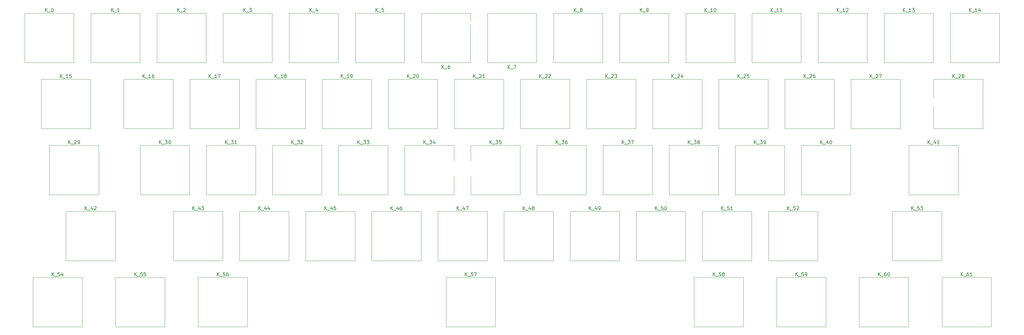
<source format=gto>
G04 #@! TF.GenerationSoftware,KiCad,Pcbnew,8.0.4*
G04 #@! TF.CreationDate,2024-08-16T15:43:28+02:00*
G04 #@! TF.ProjectId,keyboard,6b657962-6f61-4726-942e-6b696361645f,rev?*
G04 #@! TF.SameCoordinates,Original*
G04 #@! TF.FileFunction,Legend,Top*
G04 #@! TF.FilePolarity,Positive*
%FSLAX46Y46*%
G04 Gerber Fmt 4.6, Leading zero omitted, Abs format (unit mm)*
G04 Created by KiCad (PCBNEW 8.0.4) date 2024-08-16 15:43:28*
%MOMM*%
%LPD*%
G01*
G04 APERTURE LIST*
%ADD10C,0.160000*%
%ADD11C,0.120000*%
%ADD12C,0.650000*%
%ADD13O,1.000000X2.200000*%
%ADD14O,1.000000X1.800000*%
%ADD15C,3.048000*%
%ADD16C,3.987800*%
%ADD17C,1.750000*%
%ADD18C,4.000000*%
%ADD19C,2.500000*%
%ADD20C,6.500000*%
%ADD21O,8.000000X5.000000*%
%ADD22O,10.000000X5.000000*%
%ADD23C,5.000000*%
G04 APERTURE END LIST*
D10*
X131629762Y-20904299D02*
X131629762Y-19904299D01*
X132201190Y-20904299D02*
X131772619Y-20332870D01*
X132201190Y-19904299D02*
X131629762Y-20475727D01*
X132391667Y-20999537D02*
X133153571Y-20999537D01*
X133344048Y-19999537D02*
X133391667Y-19951918D01*
X133391667Y-19951918D02*
X133486905Y-19904299D01*
X133486905Y-19904299D02*
X133725000Y-19904299D01*
X133725000Y-19904299D02*
X133820238Y-19951918D01*
X133820238Y-19951918D02*
X133867857Y-19999537D01*
X133867857Y-19999537D02*
X133915476Y-20094775D01*
X133915476Y-20094775D02*
X133915476Y-20190013D01*
X133915476Y-20190013D02*
X133867857Y-20332870D01*
X133867857Y-20332870D02*
X133296429Y-20904299D01*
X133296429Y-20904299D02*
X133915476Y-20904299D01*
X134867857Y-20904299D02*
X134296429Y-20904299D01*
X134582143Y-20904299D02*
X134582143Y-19904299D01*
X134582143Y-19904299D02*
X134486905Y-20047156D01*
X134486905Y-20047156D02*
X134391667Y-20142394D01*
X134391667Y-20142394D02*
X134296429Y-20190013D01*
X188779762Y-20904299D02*
X188779762Y-19904299D01*
X189351190Y-20904299D02*
X188922619Y-20332870D01*
X189351190Y-19904299D02*
X188779762Y-20475727D01*
X189541667Y-20999537D02*
X190303571Y-20999537D01*
X190494048Y-19999537D02*
X190541667Y-19951918D01*
X190541667Y-19951918D02*
X190636905Y-19904299D01*
X190636905Y-19904299D02*
X190875000Y-19904299D01*
X190875000Y-19904299D02*
X190970238Y-19951918D01*
X190970238Y-19951918D02*
X191017857Y-19999537D01*
X191017857Y-19999537D02*
X191065476Y-20094775D01*
X191065476Y-20094775D02*
X191065476Y-20190013D01*
X191065476Y-20190013D02*
X191017857Y-20332870D01*
X191017857Y-20332870D02*
X190446429Y-20904299D01*
X190446429Y-20904299D02*
X191065476Y-20904299D01*
X191922619Y-20237632D02*
X191922619Y-20904299D01*
X191684524Y-19856680D02*
X191446429Y-20570965D01*
X191446429Y-20570965D02*
X192065476Y-20570965D01*
X179730952Y-1854299D02*
X179730952Y-854299D01*
X180302380Y-1854299D02*
X179873809Y-1282870D01*
X180302380Y-854299D02*
X179730952Y-1425727D01*
X180492857Y-1949537D02*
X181254761Y-1949537D01*
X181540476Y-1854299D02*
X181730952Y-1854299D01*
X181730952Y-1854299D02*
X181826190Y-1806680D01*
X181826190Y-1806680D02*
X181873809Y-1759060D01*
X181873809Y-1759060D02*
X181969047Y-1616203D01*
X181969047Y-1616203D02*
X182016666Y-1425727D01*
X182016666Y-1425727D02*
X182016666Y-1044775D01*
X182016666Y-1044775D02*
X181969047Y-949537D01*
X181969047Y-949537D02*
X181921428Y-901918D01*
X181921428Y-901918D02*
X181826190Y-854299D01*
X181826190Y-854299D02*
X181635714Y-854299D01*
X181635714Y-854299D02*
X181540476Y-901918D01*
X181540476Y-901918D02*
X181492857Y-949537D01*
X181492857Y-949537D02*
X181445238Y-1044775D01*
X181445238Y-1044775D02*
X181445238Y-1282870D01*
X181445238Y-1282870D02*
X181492857Y-1378108D01*
X181492857Y-1378108D02*
X181540476Y-1425727D01*
X181540476Y-1425727D02*
X181635714Y-1473346D01*
X181635714Y-1473346D02*
X181826190Y-1473346D01*
X181826190Y-1473346D02*
X181921428Y-1425727D01*
X181921428Y-1425727D02*
X181969047Y-1378108D01*
X181969047Y-1378108D02*
X182016666Y-1282870D01*
X224498512Y-78054299D02*
X224498512Y-77054299D01*
X225069940Y-78054299D02*
X224641369Y-77482870D01*
X225069940Y-77054299D02*
X224498512Y-77625727D01*
X225260417Y-78149537D02*
X226022321Y-78149537D01*
X226736607Y-77054299D02*
X226260417Y-77054299D01*
X226260417Y-77054299D02*
X226212798Y-77530489D01*
X226212798Y-77530489D02*
X226260417Y-77482870D01*
X226260417Y-77482870D02*
X226355655Y-77435251D01*
X226355655Y-77435251D02*
X226593750Y-77435251D01*
X226593750Y-77435251D02*
X226688988Y-77482870D01*
X226688988Y-77482870D02*
X226736607Y-77530489D01*
X226736607Y-77530489D02*
X226784226Y-77625727D01*
X226784226Y-77625727D02*
X226784226Y-77863822D01*
X226784226Y-77863822D02*
X226736607Y-77959060D01*
X226736607Y-77959060D02*
X226688988Y-78006680D01*
X226688988Y-78006680D02*
X226593750Y-78054299D01*
X226593750Y-78054299D02*
X226355655Y-78054299D01*
X226355655Y-78054299D02*
X226260417Y-78006680D01*
X226260417Y-78006680D02*
X226212798Y-77959060D01*
X227260417Y-78054299D02*
X227450893Y-78054299D01*
X227450893Y-78054299D02*
X227546131Y-78006680D01*
X227546131Y-78006680D02*
X227593750Y-77959060D01*
X227593750Y-77959060D02*
X227688988Y-77816203D01*
X227688988Y-77816203D02*
X227736607Y-77625727D01*
X227736607Y-77625727D02*
X227736607Y-77244775D01*
X227736607Y-77244775D02*
X227688988Y-77149537D01*
X227688988Y-77149537D02*
X227641369Y-77101918D01*
X227641369Y-77101918D02*
X227546131Y-77054299D01*
X227546131Y-77054299D02*
X227355655Y-77054299D01*
X227355655Y-77054299D02*
X227260417Y-77101918D01*
X227260417Y-77101918D02*
X227212798Y-77149537D01*
X227212798Y-77149537D02*
X227165179Y-77244775D01*
X227165179Y-77244775D02*
X227165179Y-77482870D01*
X227165179Y-77482870D02*
X227212798Y-77578108D01*
X227212798Y-77578108D02*
X227260417Y-77625727D01*
X227260417Y-77625727D02*
X227355655Y-77673346D01*
X227355655Y-77673346D02*
X227546131Y-77673346D01*
X227546131Y-77673346D02*
X227641369Y-77625727D01*
X227641369Y-77625727D02*
X227688988Y-77578108D01*
X227688988Y-77578108D02*
X227736607Y-77482870D01*
X103530952Y-1854299D02*
X103530952Y-854299D01*
X104102380Y-1854299D02*
X103673809Y-1282870D01*
X104102380Y-854299D02*
X103530952Y-1425727D01*
X104292857Y-1949537D02*
X105054761Y-1949537D01*
X105769047Y-854299D02*
X105292857Y-854299D01*
X105292857Y-854299D02*
X105245238Y-1330489D01*
X105245238Y-1330489D02*
X105292857Y-1282870D01*
X105292857Y-1282870D02*
X105388095Y-1235251D01*
X105388095Y-1235251D02*
X105626190Y-1235251D01*
X105626190Y-1235251D02*
X105721428Y-1282870D01*
X105721428Y-1282870D02*
X105769047Y-1330489D01*
X105769047Y-1330489D02*
X105816666Y-1425727D01*
X105816666Y-1425727D02*
X105816666Y-1663822D01*
X105816666Y-1663822D02*
X105769047Y-1759060D01*
X105769047Y-1759060D02*
X105721428Y-1806680D01*
X105721428Y-1806680D02*
X105626190Y-1854299D01*
X105626190Y-1854299D02*
X105388095Y-1854299D01*
X105388095Y-1854299D02*
X105292857Y-1806680D01*
X105292857Y-1806680D02*
X105245238Y-1759060D01*
X248311012Y-78054299D02*
X248311012Y-77054299D01*
X248882440Y-78054299D02*
X248453869Y-77482870D01*
X248882440Y-77054299D02*
X248311012Y-77625727D01*
X249072917Y-78149537D02*
X249834821Y-78149537D01*
X250501488Y-77054299D02*
X250311012Y-77054299D01*
X250311012Y-77054299D02*
X250215774Y-77101918D01*
X250215774Y-77101918D02*
X250168155Y-77149537D01*
X250168155Y-77149537D02*
X250072917Y-77292394D01*
X250072917Y-77292394D02*
X250025298Y-77482870D01*
X250025298Y-77482870D02*
X250025298Y-77863822D01*
X250025298Y-77863822D02*
X250072917Y-77959060D01*
X250072917Y-77959060D02*
X250120536Y-78006680D01*
X250120536Y-78006680D02*
X250215774Y-78054299D01*
X250215774Y-78054299D02*
X250406250Y-78054299D01*
X250406250Y-78054299D02*
X250501488Y-78006680D01*
X250501488Y-78006680D02*
X250549107Y-77959060D01*
X250549107Y-77959060D02*
X250596726Y-77863822D01*
X250596726Y-77863822D02*
X250596726Y-77625727D01*
X250596726Y-77625727D02*
X250549107Y-77530489D01*
X250549107Y-77530489D02*
X250501488Y-77482870D01*
X250501488Y-77482870D02*
X250406250Y-77435251D01*
X250406250Y-77435251D02*
X250215774Y-77435251D01*
X250215774Y-77435251D02*
X250120536Y-77482870D01*
X250120536Y-77482870D02*
X250072917Y-77530489D01*
X250072917Y-77530489D02*
X250025298Y-77625727D01*
X251215774Y-77054299D02*
X251311012Y-77054299D01*
X251311012Y-77054299D02*
X251406250Y-77101918D01*
X251406250Y-77101918D02*
X251453869Y-77149537D01*
X251453869Y-77149537D02*
X251501488Y-77244775D01*
X251501488Y-77244775D02*
X251549107Y-77435251D01*
X251549107Y-77435251D02*
X251549107Y-77673346D01*
X251549107Y-77673346D02*
X251501488Y-77863822D01*
X251501488Y-77863822D02*
X251453869Y-77959060D01*
X251453869Y-77959060D02*
X251406250Y-78006680D01*
X251406250Y-78006680D02*
X251311012Y-78054299D01*
X251311012Y-78054299D02*
X251215774Y-78054299D01*
X251215774Y-78054299D02*
X251120536Y-78006680D01*
X251120536Y-78006680D02*
X251072917Y-77959060D01*
X251072917Y-77959060D02*
X251025298Y-77863822D01*
X251025298Y-77863822D02*
X250977679Y-77673346D01*
X250977679Y-77673346D02*
X250977679Y-77435251D01*
X250977679Y-77435251D02*
X251025298Y-77244775D01*
X251025298Y-77244775D02*
X251072917Y-77149537D01*
X251072917Y-77149537D02*
X251120536Y-77101918D01*
X251120536Y-77101918D02*
X251215774Y-77054299D01*
X255454762Y-1854299D02*
X255454762Y-854299D01*
X256026190Y-1854299D02*
X255597619Y-1282870D01*
X256026190Y-854299D02*
X255454762Y-1425727D01*
X256216667Y-1949537D02*
X256978571Y-1949537D01*
X257740476Y-1854299D02*
X257169048Y-1854299D01*
X257454762Y-1854299D02*
X257454762Y-854299D01*
X257454762Y-854299D02*
X257359524Y-997156D01*
X257359524Y-997156D02*
X257264286Y-1092394D01*
X257264286Y-1092394D02*
X257169048Y-1140013D01*
X258073810Y-854299D02*
X258692857Y-854299D01*
X258692857Y-854299D02*
X258359524Y-1235251D01*
X258359524Y-1235251D02*
X258502381Y-1235251D01*
X258502381Y-1235251D02*
X258597619Y-1282870D01*
X258597619Y-1282870D02*
X258645238Y-1330489D01*
X258645238Y-1330489D02*
X258692857Y-1425727D01*
X258692857Y-1425727D02*
X258692857Y-1663822D01*
X258692857Y-1663822D02*
X258645238Y-1759060D01*
X258645238Y-1759060D02*
X258597619Y-1806680D01*
X258597619Y-1806680D02*
X258502381Y-1854299D01*
X258502381Y-1854299D02*
X258216667Y-1854299D01*
X258216667Y-1854299D02*
X258121429Y-1806680D01*
X258121429Y-1806680D02*
X258073810Y-1759060D01*
X46380952Y-1854299D02*
X46380952Y-854299D01*
X46952380Y-1854299D02*
X46523809Y-1282870D01*
X46952380Y-854299D02*
X46380952Y-1425727D01*
X47142857Y-1949537D02*
X47904761Y-1949537D01*
X48095238Y-949537D02*
X48142857Y-901918D01*
X48142857Y-901918D02*
X48238095Y-854299D01*
X48238095Y-854299D02*
X48476190Y-854299D01*
X48476190Y-854299D02*
X48571428Y-901918D01*
X48571428Y-901918D02*
X48619047Y-949537D01*
X48619047Y-949537D02*
X48666666Y-1044775D01*
X48666666Y-1044775D02*
X48666666Y-1140013D01*
X48666666Y-1140013D02*
X48619047Y-1282870D01*
X48619047Y-1282870D02*
X48047619Y-1854299D01*
X48047619Y-1854299D02*
X48666666Y-1854299D01*
X27330952Y-1854299D02*
X27330952Y-854299D01*
X27902380Y-1854299D02*
X27473809Y-1282870D01*
X27902380Y-854299D02*
X27330952Y-1425727D01*
X28092857Y-1949537D02*
X28854761Y-1949537D01*
X29616666Y-1854299D02*
X29045238Y-1854299D01*
X29330952Y-1854299D02*
X29330952Y-854299D01*
X29330952Y-854299D02*
X29235714Y-997156D01*
X29235714Y-997156D02*
X29140476Y-1092394D01*
X29140476Y-1092394D02*
X29045238Y-1140013D01*
X226879762Y-20904299D02*
X226879762Y-19904299D01*
X227451190Y-20904299D02*
X227022619Y-20332870D01*
X227451190Y-19904299D02*
X226879762Y-20475727D01*
X227641667Y-20999537D02*
X228403571Y-20999537D01*
X228594048Y-19999537D02*
X228641667Y-19951918D01*
X228641667Y-19951918D02*
X228736905Y-19904299D01*
X228736905Y-19904299D02*
X228975000Y-19904299D01*
X228975000Y-19904299D02*
X229070238Y-19951918D01*
X229070238Y-19951918D02*
X229117857Y-19999537D01*
X229117857Y-19999537D02*
X229165476Y-20094775D01*
X229165476Y-20094775D02*
X229165476Y-20190013D01*
X229165476Y-20190013D02*
X229117857Y-20332870D01*
X229117857Y-20332870D02*
X228546429Y-20904299D01*
X228546429Y-20904299D02*
X229165476Y-20904299D01*
X230022619Y-19904299D02*
X229832143Y-19904299D01*
X229832143Y-19904299D02*
X229736905Y-19951918D01*
X229736905Y-19951918D02*
X229689286Y-19999537D01*
X229689286Y-19999537D02*
X229594048Y-20142394D01*
X229594048Y-20142394D02*
X229546429Y-20332870D01*
X229546429Y-20332870D02*
X229546429Y-20713822D01*
X229546429Y-20713822D02*
X229594048Y-20809060D01*
X229594048Y-20809060D02*
X229641667Y-20856680D01*
X229641667Y-20856680D02*
X229736905Y-20904299D01*
X229736905Y-20904299D02*
X229927381Y-20904299D01*
X229927381Y-20904299D02*
X230022619Y-20856680D01*
X230022619Y-20856680D02*
X230070238Y-20809060D01*
X230070238Y-20809060D02*
X230117857Y-20713822D01*
X230117857Y-20713822D02*
X230117857Y-20475727D01*
X230117857Y-20475727D02*
X230070238Y-20380489D01*
X230070238Y-20380489D02*
X230022619Y-20332870D01*
X230022619Y-20332870D02*
X229927381Y-20285251D01*
X229927381Y-20285251D02*
X229736905Y-20285251D01*
X229736905Y-20285251D02*
X229641667Y-20332870D01*
X229641667Y-20332870D02*
X229594048Y-20380489D01*
X229594048Y-20380489D02*
X229546429Y-20475727D01*
X212592262Y-39954299D02*
X212592262Y-38954299D01*
X213163690Y-39954299D02*
X212735119Y-39382870D01*
X213163690Y-38954299D02*
X212592262Y-39525727D01*
X213354167Y-40049537D02*
X214116071Y-40049537D01*
X214258929Y-38954299D02*
X214877976Y-38954299D01*
X214877976Y-38954299D02*
X214544643Y-39335251D01*
X214544643Y-39335251D02*
X214687500Y-39335251D01*
X214687500Y-39335251D02*
X214782738Y-39382870D01*
X214782738Y-39382870D02*
X214830357Y-39430489D01*
X214830357Y-39430489D02*
X214877976Y-39525727D01*
X214877976Y-39525727D02*
X214877976Y-39763822D01*
X214877976Y-39763822D02*
X214830357Y-39859060D01*
X214830357Y-39859060D02*
X214782738Y-39906680D01*
X214782738Y-39906680D02*
X214687500Y-39954299D01*
X214687500Y-39954299D02*
X214401786Y-39954299D01*
X214401786Y-39954299D02*
X214306548Y-39906680D01*
X214306548Y-39906680D02*
X214258929Y-39859060D01*
X215354167Y-39954299D02*
X215544643Y-39954299D01*
X215544643Y-39954299D02*
X215639881Y-39906680D01*
X215639881Y-39906680D02*
X215687500Y-39859060D01*
X215687500Y-39859060D02*
X215782738Y-39716203D01*
X215782738Y-39716203D02*
X215830357Y-39525727D01*
X215830357Y-39525727D02*
X215830357Y-39144775D01*
X215830357Y-39144775D02*
X215782738Y-39049537D01*
X215782738Y-39049537D02*
X215735119Y-39001918D01*
X215735119Y-39001918D02*
X215639881Y-38954299D01*
X215639881Y-38954299D02*
X215449405Y-38954299D01*
X215449405Y-38954299D02*
X215354167Y-39001918D01*
X215354167Y-39001918D02*
X215306548Y-39049537D01*
X215306548Y-39049537D02*
X215258929Y-39144775D01*
X215258929Y-39144775D02*
X215258929Y-39382870D01*
X215258929Y-39382870D02*
X215306548Y-39478108D01*
X215306548Y-39478108D02*
X215354167Y-39525727D01*
X215354167Y-39525727D02*
X215449405Y-39573346D01*
X215449405Y-39573346D02*
X215639881Y-39573346D01*
X215639881Y-39573346D02*
X215735119Y-39525727D01*
X215735119Y-39525727D02*
X215782738Y-39478108D01*
X215782738Y-39478108D02*
X215830357Y-39382870D01*
X141580952Y-18254299D02*
X141580952Y-17254299D01*
X142152380Y-18254299D02*
X141723809Y-17682870D01*
X142152380Y-17254299D02*
X141580952Y-17825727D01*
X142342857Y-18349537D02*
X143104761Y-18349537D01*
X143247619Y-17254299D02*
X143914285Y-17254299D01*
X143914285Y-17254299D02*
X143485714Y-18254299D01*
X160680952Y-1854299D02*
X160680952Y-854299D01*
X161252380Y-1854299D02*
X160823809Y-1282870D01*
X161252380Y-854299D02*
X160680952Y-1425727D01*
X161442857Y-1949537D02*
X162204761Y-1949537D01*
X162585714Y-1282870D02*
X162490476Y-1235251D01*
X162490476Y-1235251D02*
X162442857Y-1187632D01*
X162442857Y-1187632D02*
X162395238Y-1092394D01*
X162395238Y-1092394D02*
X162395238Y-1044775D01*
X162395238Y-1044775D02*
X162442857Y-949537D01*
X162442857Y-949537D02*
X162490476Y-901918D01*
X162490476Y-901918D02*
X162585714Y-854299D01*
X162585714Y-854299D02*
X162776190Y-854299D01*
X162776190Y-854299D02*
X162871428Y-901918D01*
X162871428Y-901918D02*
X162919047Y-949537D01*
X162919047Y-949537D02*
X162966666Y-1044775D01*
X162966666Y-1044775D02*
X162966666Y-1092394D01*
X162966666Y-1092394D02*
X162919047Y-1187632D01*
X162919047Y-1187632D02*
X162871428Y-1235251D01*
X162871428Y-1235251D02*
X162776190Y-1282870D01*
X162776190Y-1282870D02*
X162585714Y-1282870D01*
X162585714Y-1282870D02*
X162490476Y-1330489D01*
X162490476Y-1330489D02*
X162442857Y-1378108D01*
X162442857Y-1378108D02*
X162395238Y-1473346D01*
X162395238Y-1473346D02*
X162395238Y-1663822D01*
X162395238Y-1663822D02*
X162442857Y-1759060D01*
X162442857Y-1759060D02*
X162490476Y-1806680D01*
X162490476Y-1806680D02*
X162585714Y-1854299D01*
X162585714Y-1854299D02*
X162776190Y-1854299D01*
X162776190Y-1854299D02*
X162871428Y-1806680D01*
X162871428Y-1806680D02*
X162919047Y-1759060D01*
X162919047Y-1759060D02*
X162966666Y-1663822D01*
X162966666Y-1663822D02*
X162966666Y-1473346D01*
X162966666Y-1473346D02*
X162919047Y-1378108D01*
X162919047Y-1378108D02*
X162871428Y-1330489D01*
X162871428Y-1330489D02*
X162776190Y-1282870D01*
X272123512Y-78054299D02*
X272123512Y-77054299D01*
X272694940Y-78054299D02*
X272266369Y-77482870D01*
X272694940Y-77054299D02*
X272123512Y-77625727D01*
X272885417Y-78149537D02*
X273647321Y-78149537D01*
X274313988Y-77054299D02*
X274123512Y-77054299D01*
X274123512Y-77054299D02*
X274028274Y-77101918D01*
X274028274Y-77101918D02*
X273980655Y-77149537D01*
X273980655Y-77149537D02*
X273885417Y-77292394D01*
X273885417Y-77292394D02*
X273837798Y-77482870D01*
X273837798Y-77482870D02*
X273837798Y-77863822D01*
X273837798Y-77863822D02*
X273885417Y-77959060D01*
X273885417Y-77959060D02*
X273933036Y-78006680D01*
X273933036Y-78006680D02*
X274028274Y-78054299D01*
X274028274Y-78054299D02*
X274218750Y-78054299D01*
X274218750Y-78054299D02*
X274313988Y-78006680D01*
X274313988Y-78006680D02*
X274361607Y-77959060D01*
X274361607Y-77959060D02*
X274409226Y-77863822D01*
X274409226Y-77863822D02*
X274409226Y-77625727D01*
X274409226Y-77625727D02*
X274361607Y-77530489D01*
X274361607Y-77530489D02*
X274313988Y-77482870D01*
X274313988Y-77482870D02*
X274218750Y-77435251D01*
X274218750Y-77435251D02*
X274028274Y-77435251D01*
X274028274Y-77435251D02*
X273933036Y-77482870D01*
X273933036Y-77482870D02*
X273885417Y-77530489D01*
X273885417Y-77530489D02*
X273837798Y-77625727D01*
X275361607Y-78054299D02*
X274790179Y-78054299D01*
X275075893Y-78054299D02*
X275075893Y-77054299D01*
X275075893Y-77054299D02*
X274980655Y-77197156D01*
X274980655Y-77197156D02*
X274885417Y-77292394D01*
X274885417Y-77292394D02*
X274790179Y-77340013D01*
X41142262Y-39954299D02*
X41142262Y-38954299D01*
X41713690Y-39954299D02*
X41285119Y-39382870D01*
X41713690Y-38954299D02*
X41142262Y-39525727D01*
X41904167Y-40049537D02*
X42666071Y-40049537D01*
X42808929Y-38954299D02*
X43427976Y-38954299D01*
X43427976Y-38954299D02*
X43094643Y-39335251D01*
X43094643Y-39335251D02*
X43237500Y-39335251D01*
X43237500Y-39335251D02*
X43332738Y-39382870D01*
X43332738Y-39382870D02*
X43380357Y-39430489D01*
X43380357Y-39430489D02*
X43427976Y-39525727D01*
X43427976Y-39525727D02*
X43427976Y-39763822D01*
X43427976Y-39763822D02*
X43380357Y-39859060D01*
X43380357Y-39859060D02*
X43332738Y-39906680D01*
X43332738Y-39906680D02*
X43237500Y-39954299D01*
X43237500Y-39954299D02*
X42951786Y-39954299D01*
X42951786Y-39954299D02*
X42856548Y-39906680D01*
X42856548Y-39906680D02*
X42808929Y-39859060D01*
X44047024Y-38954299D02*
X44142262Y-38954299D01*
X44142262Y-38954299D02*
X44237500Y-39001918D01*
X44237500Y-39001918D02*
X44285119Y-39049537D01*
X44285119Y-39049537D02*
X44332738Y-39144775D01*
X44332738Y-39144775D02*
X44380357Y-39335251D01*
X44380357Y-39335251D02*
X44380357Y-39573346D01*
X44380357Y-39573346D02*
X44332738Y-39763822D01*
X44332738Y-39763822D02*
X44285119Y-39859060D01*
X44285119Y-39859060D02*
X44237500Y-39906680D01*
X44237500Y-39906680D02*
X44142262Y-39954299D01*
X44142262Y-39954299D02*
X44047024Y-39954299D01*
X44047024Y-39954299D02*
X43951786Y-39906680D01*
X43951786Y-39906680D02*
X43904167Y-39859060D01*
X43904167Y-39859060D02*
X43856548Y-39763822D01*
X43856548Y-39763822D02*
X43808929Y-39573346D01*
X43808929Y-39573346D02*
X43808929Y-39335251D01*
X43808929Y-39335251D02*
X43856548Y-39144775D01*
X43856548Y-39144775D02*
X43904167Y-39049537D01*
X43904167Y-39049537D02*
X43951786Y-39001918D01*
X43951786Y-39001918D02*
X44047024Y-38954299D01*
X8280952Y-1854299D02*
X8280952Y-854299D01*
X8852380Y-1854299D02*
X8423809Y-1282870D01*
X8852380Y-854299D02*
X8280952Y-1425727D01*
X9042857Y-1949537D02*
X9804761Y-1949537D01*
X10233333Y-854299D02*
X10328571Y-854299D01*
X10328571Y-854299D02*
X10423809Y-901918D01*
X10423809Y-901918D02*
X10471428Y-949537D01*
X10471428Y-949537D02*
X10519047Y-1044775D01*
X10519047Y-1044775D02*
X10566666Y-1235251D01*
X10566666Y-1235251D02*
X10566666Y-1473346D01*
X10566666Y-1473346D02*
X10519047Y-1663822D01*
X10519047Y-1663822D02*
X10471428Y-1759060D01*
X10471428Y-1759060D02*
X10423809Y-1806680D01*
X10423809Y-1806680D02*
X10328571Y-1854299D01*
X10328571Y-1854299D02*
X10233333Y-1854299D01*
X10233333Y-1854299D02*
X10138095Y-1806680D01*
X10138095Y-1806680D02*
X10090476Y-1759060D01*
X10090476Y-1759060D02*
X10042857Y-1663822D01*
X10042857Y-1663822D02*
X9995238Y-1473346D01*
X9995238Y-1473346D02*
X9995238Y-1235251D01*
X9995238Y-1235251D02*
X10042857Y-1044775D01*
X10042857Y-1044775D02*
X10090476Y-949537D01*
X10090476Y-949537D02*
X10138095Y-901918D01*
X10138095Y-901918D02*
X10233333Y-854299D01*
X207829762Y-20904299D02*
X207829762Y-19904299D01*
X208401190Y-20904299D02*
X207972619Y-20332870D01*
X208401190Y-19904299D02*
X207829762Y-20475727D01*
X208591667Y-20999537D02*
X209353571Y-20999537D01*
X209544048Y-19999537D02*
X209591667Y-19951918D01*
X209591667Y-19951918D02*
X209686905Y-19904299D01*
X209686905Y-19904299D02*
X209925000Y-19904299D01*
X209925000Y-19904299D02*
X210020238Y-19951918D01*
X210020238Y-19951918D02*
X210067857Y-19999537D01*
X210067857Y-19999537D02*
X210115476Y-20094775D01*
X210115476Y-20094775D02*
X210115476Y-20190013D01*
X210115476Y-20190013D02*
X210067857Y-20332870D01*
X210067857Y-20332870D02*
X209496429Y-20904299D01*
X209496429Y-20904299D02*
X210115476Y-20904299D01*
X211020238Y-19904299D02*
X210544048Y-19904299D01*
X210544048Y-19904299D02*
X210496429Y-20380489D01*
X210496429Y-20380489D02*
X210544048Y-20332870D01*
X210544048Y-20332870D02*
X210639286Y-20285251D01*
X210639286Y-20285251D02*
X210877381Y-20285251D01*
X210877381Y-20285251D02*
X210972619Y-20332870D01*
X210972619Y-20332870D02*
X211020238Y-20380489D01*
X211020238Y-20380489D02*
X211067857Y-20475727D01*
X211067857Y-20475727D02*
X211067857Y-20713822D01*
X211067857Y-20713822D02*
X211020238Y-20809060D01*
X211020238Y-20809060D02*
X210972619Y-20856680D01*
X210972619Y-20856680D02*
X210877381Y-20904299D01*
X210877381Y-20904299D02*
X210639286Y-20904299D01*
X210639286Y-20904299D02*
X210544048Y-20856680D01*
X210544048Y-20856680D02*
X210496429Y-20809060D01*
X262598512Y-39954299D02*
X262598512Y-38954299D01*
X263169940Y-39954299D02*
X262741369Y-39382870D01*
X263169940Y-38954299D02*
X262598512Y-39525727D01*
X263360417Y-40049537D02*
X264122321Y-40049537D01*
X264788988Y-39287632D02*
X264788988Y-39954299D01*
X264550893Y-38906680D02*
X264312798Y-39620965D01*
X264312798Y-39620965D02*
X264931845Y-39620965D01*
X265836607Y-39954299D02*
X265265179Y-39954299D01*
X265550893Y-39954299D02*
X265550893Y-38954299D01*
X265550893Y-38954299D02*
X265455655Y-39097156D01*
X265455655Y-39097156D02*
X265360417Y-39192394D01*
X265360417Y-39192394D02*
X265265179Y-39240013D01*
X164967262Y-59004299D02*
X164967262Y-58004299D01*
X165538690Y-59004299D02*
X165110119Y-58432870D01*
X165538690Y-58004299D02*
X164967262Y-58575727D01*
X165729167Y-59099537D02*
X166491071Y-59099537D01*
X167157738Y-58337632D02*
X167157738Y-59004299D01*
X166919643Y-57956680D02*
X166681548Y-58670965D01*
X166681548Y-58670965D02*
X167300595Y-58670965D01*
X167729167Y-59004299D02*
X167919643Y-59004299D01*
X167919643Y-59004299D02*
X168014881Y-58956680D01*
X168014881Y-58956680D02*
X168062500Y-58909060D01*
X168062500Y-58909060D02*
X168157738Y-58766203D01*
X168157738Y-58766203D02*
X168205357Y-58575727D01*
X168205357Y-58575727D02*
X168205357Y-58194775D01*
X168205357Y-58194775D02*
X168157738Y-58099537D01*
X168157738Y-58099537D02*
X168110119Y-58051918D01*
X168110119Y-58051918D02*
X168014881Y-58004299D01*
X168014881Y-58004299D02*
X167824405Y-58004299D01*
X167824405Y-58004299D02*
X167729167Y-58051918D01*
X167729167Y-58051918D02*
X167681548Y-58099537D01*
X167681548Y-58099537D02*
X167633929Y-58194775D01*
X167633929Y-58194775D02*
X167633929Y-58432870D01*
X167633929Y-58432870D02*
X167681548Y-58528108D01*
X167681548Y-58528108D02*
X167729167Y-58575727D01*
X167729167Y-58575727D02*
X167824405Y-58623346D01*
X167824405Y-58623346D02*
X168014881Y-58623346D01*
X168014881Y-58623346D02*
X168110119Y-58575727D01*
X168110119Y-58575727D02*
X168157738Y-58528108D01*
X168157738Y-58528108D02*
X168205357Y-58432870D01*
X107817262Y-59004299D02*
X107817262Y-58004299D01*
X108388690Y-59004299D02*
X107960119Y-58432870D01*
X108388690Y-58004299D02*
X107817262Y-58575727D01*
X108579167Y-59099537D02*
X109341071Y-59099537D01*
X110007738Y-58337632D02*
X110007738Y-59004299D01*
X109769643Y-57956680D02*
X109531548Y-58670965D01*
X109531548Y-58670965D02*
X110150595Y-58670965D01*
X110960119Y-58004299D02*
X110769643Y-58004299D01*
X110769643Y-58004299D02*
X110674405Y-58051918D01*
X110674405Y-58051918D02*
X110626786Y-58099537D01*
X110626786Y-58099537D02*
X110531548Y-58242394D01*
X110531548Y-58242394D02*
X110483929Y-58432870D01*
X110483929Y-58432870D02*
X110483929Y-58813822D01*
X110483929Y-58813822D02*
X110531548Y-58909060D01*
X110531548Y-58909060D02*
X110579167Y-58956680D01*
X110579167Y-58956680D02*
X110674405Y-59004299D01*
X110674405Y-59004299D02*
X110864881Y-59004299D01*
X110864881Y-59004299D02*
X110960119Y-58956680D01*
X110960119Y-58956680D02*
X111007738Y-58909060D01*
X111007738Y-58909060D02*
X111055357Y-58813822D01*
X111055357Y-58813822D02*
X111055357Y-58575727D01*
X111055357Y-58575727D02*
X111007738Y-58480489D01*
X111007738Y-58480489D02*
X110960119Y-58432870D01*
X110960119Y-58432870D02*
X110864881Y-58385251D01*
X110864881Y-58385251D02*
X110674405Y-58385251D01*
X110674405Y-58385251D02*
X110579167Y-58432870D01*
X110579167Y-58432870D02*
X110531548Y-58480489D01*
X110531548Y-58480489D02*
X110483929Y-58575727D01*
X122580952Y-18254299D02*
X122580952Y-17254299D01*
X123152380Y-18254299D02*
X122723809Y-17682870D01*
X123152380Y-17254299D02*
X122580952Y-17825727D01*
X123342857Y-18349537D02*
X124104761Y-18349537D01*
X124771428Y-17254299D02*
X124580952Y-17254299D01*
X124580952Y-17254299D02*
X124485714Y-17301918D01*
X124485714Y-17301918D02*
X124438095Y-17349537D01*
X124438095Y-17349537D02*
X124342857Y-17492394D01*
X124342857Y-17492394D02*
X124295238Y-17682870D01*
X124295238Y-17682870D02*
X124295238Y-18063822D01*
X124295238Y-18063822D02*
X124342857Y-18159060D01*
X124342857Y-18159060D02*
X124390476Y-18206680D01*
X124390476Y-18206680D02*
X124485714Y-18254299D01*
X124485714Y-18254299D02*
X124676190Y-18254299D01*
X124676190Y-18254299D02*
X124771428Y-18206680D01*
X124771428Y-18206680D02*
X124819047Y-18159060D01*
X124819047Y-18159060D02*
X124866666Y-18063822D01*
X124866666Y-18063822D02*
X124866666Y-17825727D01*
X124866666Y-17825727D02*
X124819047Y-17730489D01*
X124819047Y-17730489D02*
X124771428Y-17682870D01*
X124771428Y-17682870D02*
X124676190Y-17635251D01*
X124676190Y-17635251D02*
X124485714Y-17635251D01*
X124485714Y-17635251D02*
X124390476Y-17682870D01*
X124390476Y-17682870D02*
X124342857Y-17730489D01*
X124342857Y-17730489D02*
X124295238Y-17825727D01*
X198304762Y-1854299D02*
X198304762Y-854299D01*
X198876190Y-1854299D02*
X198447619Y-1282870D01*
X198876190Y-854299D02*
X198304762Y-1425727D01*
X199066667Y-1949537D02*
X199828571Y-1949537D01*
X200590476Y-1854299D02*
X200019048Y-1854299D01*
X200304762Y-1854299D02*
X200304762Y-854299D01*
X200304762Y-854299D02*
X200209524Y-997156D01*
X200209524Y-997156D02*
X200114286Y-1092394D01*
X200114286Y-1092394D02*
X200019048Y-1140013D01*
X201209524Y-854299D02*
X201304762Y-854299D01*
X201304762Y-854299D02*
X201400000Y-901918D01*
X201400000Y-901918D02*
X201447619Y-949537D01*
X201447619Y-949537D02*
X201495238Y-1044775D01*
X201495238Y-1044775D02*
X201542857Y-1235251D01*
X201542857Y-1235251D02*
X201542857Y-1473346D01*
X201542857Y-1473346D02*
X201495238Y-1663822D01*
X201495238Y-1663822D02*
X201447619Y-1759060D01*
X201447619Y-1759060D02*
X201400000Y-1806680D01*
X201400000Y-1806680D02*
X201304762Y-1854299D01*
X201304762Y-1854299D02*
X201209524Y-1854299D01*
X201209524Y-1854299D02*
X201114286Y-1806680D01*
X201114286Y-1806680D02*
X201066667Y-1759060D01*
X201066667Y-1759060D02*
X201019048Y-1663822D01*
X201019048Y-1663822D02*
X200971429Y-1473346D01*
X200971429Y-1473346D02*
X200971429Y-1235251D01*
X200971429Y-1235251D02*
X201019048Y-1044775D01*
X201019048Y-1044775D02*
X201066667Y-949537D01*
X201066667Y-949537D02*
X201114286Y-901918D01*
X201114286Y-901918D02*
X201209524Y-854299D01*
X245929762Y-20904299D02*
X245929762Y-19904299D01*
X246501190Y-20904299D02*
X246072619Y-20332870D01*
X246501190Y-19904299D02*
X245929762Y-20475727D01*
X246691667Y-20999537D02*
X247453571Y-20999537D01*
X247644048Y-19999537D02*
X247691667Y-19951918D01*
X247691667Y-19951918D02*
X247786905Y-19904299D01*
X247786905Y-19904299D02*
X248025000Y-19904299D01*
X248025000Y-19904299D02*
X248120238Y-19951918D01*
X248120238Y-19951918D02*
X248167857Y-19999537D01*
X248167857Y-19999537D02*
X248215476Y-20094775D01*
X248215476Y-20094775D02*
X248215476Y-20190013D01*
X248215476Y-20190013D02*
X248167857Y-20332870D01*
X248167857Y-20332870D02*
X247596429Y-20904299D01*
X247596429Y-20904299D02*
X248215476Y-20904299D01*
X248548810Y-19904299D02*
X249215476Y-19904299D01*
X249215476Y-19904299D02*
X248786905Y-20904299D01*
X112579762Y-20904299D02*
X112579762Y-19904299D01*
X113151190Y-20904299D02*
X112722619Y-20332870D01*
X113151190Y-19904299D02*
X112579762Y-20475727D01*
X113341667Y-20999537D02*
X114103571Y-20999537D01*
X114294048Y-19999537D02*
X114341667Y-19951918D01*
X114341667Y-19951918D02*
X114436905Y-19904299D01*
X114436905Y-19904299D02*
X114675000Y-19904299D01*
X114675000Y-19904299D02*
X114770238Y-19951918D01*
X114770238Y-19951918D02*
X114817857Y-19999537D01*
X114817857Y-19999537D02*
X114865476Y-20094775D01*
X114865476Y-20094775D02*
X114865476Y-20190013D01*
X114865476Y-20190013D02*
X114817857Y-20332870D01*
X114817857Y-20332870D02*
X114246429Y-20904299D01*
X114246429Y-20904299D02*
X114865476Y-20904299D01*
X115484524Y-19904299D02*
X115579762Y-19904299D01*
X115579762Y-19904299D02*
X115675000Y-19951918D01*
X115675000Y-19951918D02*
X115722619Y-19999537D01*
X115722619Y-19999537D02*
X115770238Y-20094775D01*
X115770238Y-20094775D02*
X115817857Y-20285251D01*
X115817857Y-20285251D02*
X115817857Y-20523346D01*
X115817857Y-20523346D02*
X115770238Y-20713822D01*
X115770238Y-20713822D02*
X115722619Y-20809060D01*
X115722619Y-20809060D02*
X115675000Y-20856680D01*
X115675000Y-20856680D02*
X115579762Y-20904299D01*
X115579762Y-20904299D02*
X115484524Y-20904299D01*
X115484524Y-20904299D02*
X115389286Y-20856680D01*
X115389286Y-20856680D02*
X115341667Y-20809060D01*
X115341667Y-20809060D02*
X115294048Y-20713822D01*
X115294048Y-20713822D02*
X115246429Y-20523346D01*
X115246429Y-20523346D02*
X115246429Y-20285251D01*
X115246429Y-20285251D02*
X115294048Y-20094775D01*
X115294048Y-20094775D02*
X115341667Y-19999537D01*
X115341667Y-19999537D02*
X115389286Y-19951918D01*
X115389286Y-19951918D02*
X115484524Y-19904299D01*
X136392262Y-39954299D02*
X136392262Y-38954299D01*
X136963690Y-39954299D02*
X136535119Y-39382870D01*
X136963690Y-38954299D02*
X136392262Y-39525727D01*
X137154167Y-40049537D02*
X137916071Y-40049537D01*
X138058929Y-38954299D02*
X138677976Y-38954299D01*
X138677976Y-38954299D02*
X138344643Y-39335251D01*
X138344643Y-39335251D02*
X138487500Y-39335251D01*
X138487500Y-39335251D02*
X138582738Y-39382870D01*
X138582738Y-39382870D02*
X138630357Y-39430489D01*
X138630357Y-39430489D02*
X138677976Y-39525727D01*
X138677976Y-39525727D02*
X138677976Y-39763822D01*
X138677976Y-39763822D02*
X138630357Y-39859060D01*
X138630357Y-39859060D02*
X138582738Y-39906680D01*
X138582738Y-39906680D02*
X138487500Y-39954299D01*
X138487500Y-39954299D02*
X138201786Y-39954299D01*
X138201786Y-39954299D02*
X138106548Y-39906680D01*
X138106548Y-39906680D02*
X138058929Y-39859060D01*
X139582738Y-38954299D02*
X139106548Y-38954299D01*
X139106548Y-38954299D02*
X139058929Y-39430489D01*
X139058929Y-39430489D02*
X139106548Y-39382870D01*
X139106548Y-39382870D02*
X139201786Y-39335251D01*
X139201786Y-39335251D02*
X139439881Y-39335251D01*
X139439881Y-39335251D02*
X139535119Y-39382870D01*
X139535119Y-39382870D02*
X139582738Y-39430489D01*
X139582738Y-39430489D02*
X139630357Y-39525727D01*
X139630357Y-39525727D02*
X139630357Y-39763822D01*
X139630357Y-39763822D02*
X139582738Y-39859060D01*
X139582738Y-39859060D02*
X139535119Y-39906680D01*
X139535119Y-39906680D02*
X139439881Y-39954299D01*
X139439881Y-39954299D02*
X139201786Y-39954299D01*
X139201786Y-39954299D02*
X139106548Y-39906680D01*
X139106548Y-39906680D02*
X139058929Y-39859060D01*
X174492262Y-39954299D02*
X174492262Y-38954299D01*
X175063690Y-39954299D02*
X174635119Y-39382870D01*
X175063690Y-38954299D02*
X174492262Y-39525727D01*
X175254167Y-40049537D02*
X176016071Y-40049537D01*
X176158929Y-38954299D02*
X176777976Y-38954299D01*
X176777976Y-38954299D02*
X176444643Y-39335251D01*
X176444643Y-39335251D02*
X176587500Y-39335251D01*
X176587500Y-39335251D02*
X176682738Y-39382870D01*
X176682738Y-39382870D02*
X176730357Y-39430489D01*
X176730357Y-39430489D02*
X176777976Y-39525727D01*
X176777976Y-39525727D02*
X176777976Y-39763822D01*
X176777976Y-39763822D02*
X176730357Y-39859060D01*
X176730357Y-39859060D02*
X176682738Y-39906680D01*
X176682738Y-39906680D02*
X176587500Y-39954299D01*
X176587500Y-39954299D02*
X176301786Y-39954299D01*
X176301786Y-39954299D02*
X176206548Y-39906680D01*
X176206548Y-39906680D02*
X176158929Y-39859060D01*
X177111310Y-38954299D02*
X177777976Y-38954299D01*
X177777976Y-38954299D02*
X177349405Y-39954299D01*
X155442262Y-39954299D02*
X155442262Y-38954299D01*
X156013690Y-39954299D02*
X155585119Y-39382870D01*
X156013690Y-38954299D02*
X155442262Y-39525727D01*
X156204167Y-40049537D02*
X156966071Y-40049537D01*
X157108929Y-38954299D02*
X157727976Y-38954299D01*
X157727976Y-38954299D02*
X157394643Y-39335251D01*
X157394643Y-39335251D02*
X157537500Y-39335251D01*
X157537500Y-39335251D02*
X157632738Y-39382870D01*
X157632738Y-39382870D02*
X157680357Y-39430489D01*
X157680357Y-39430489D02*
X157727976Y-39525727D01*
X157727976Y-39525727D02*
X157727976Y-39763822D01*
X157727976Y-39763822D02*
X157680357Y-39859060D01*
X157680357Y-39859060D02*
X157632738Y-39906680D01*
X157632738Y-39906680D02*
X157537500Y-39954299D01*
X157537500Y-39954299D02*
X157251786Y-39954299D01*
X157251786Y-39954299D02*
X157156548Y-39906680D01*
X157156548Y-39906680D02*
X157108929Y-39859060D01*
X158585119Y-38954299D02*
X158394643Y-38954299D01*
X158394643Y-38954299D02*
X158299405Y-39001918D01*
X158299405Y-39001918D02*
X158251786Y-39049537D01*
X158251786Y-39049537D02*
X158156548Y-39192394D01*
X158156548Y-39192394D02*
X158108929Y-39382870D01*
X158108929Y-39382870D02*
X158108929Y-39763822D01*
X158108929Y-39763822D02*
X158156548Y-39859060D01*
X158156548Y-39859060D02*
X158204167Y-39906680D01*
X158204167Y-39906680D02*
X158299405Y-39954299D01*
X158299405Y-39954299D02*
X158489881Y-39954299D01*
X158489881Y-39954299D02*
X158585119Y-39906680D01*
X158585119Y-39906680D02*
X158632738Y-39859060D01*
X158632738Y-39859060D02*
X158680357Y-39763822D01*
X158680357Y-39763822D02*
X158680357Y-39525727D01*
X158680357Y-39525727D02*
X158632738Y-39430489D01*
X158632738Y-39430489D02*
X158585119Y-39382870D01*
X158585119Y-39382870D02*
X158489881Y-39335251D01*
X158489881Y-39335251D02*
X158299405Y-39335251D01*
X158299405Y-39335251D02*
X158204167Y-39382870D01*
X158204167Y-39382870D02*
X158156548Y-39430489D01*
X158156548Y-39430489D02*
X158108929Y-39525727D01*
X36379762Y-20904299D02*
X36379762Y-19904299D01*
X36951190Y-20904299D02*
X36522619Y-20332870D01*
X36951190Y-19904299D02*
X36379762Y-20475727D01*
X37141667Y-20999537D02*
X37903571Y-20999537D01*
X38665476Y-20904299D02*
X38094048Y-20904299D01*
X38379762Y-20904299D02*
X38379762Y-19904299D01*
X38379762Y-19904299D02*
X38284524Y-20047156D01*
X38284524Y-20047156D02*
X38189286Y-20142394D01*
X38189286Y-20142394D02*
X38094048Y-20190013D01*
X39522619Y-19904299D02*
X39332143Y-19904299D01*
X39332143Y-19904299D02*
X39236905Y-19951918D01*
X39236905Y-19951918D02*
X39189286Y-19999537D01*
X39189286Y-19999537D02*
X39094048Y-20142394D01*
X39094048Y-20142394D02*
X39046429Y-20332870D01*
X39046429Y-20332870D02*
X39046429Y-20713822D01*
X39046429Y-20713822D02*
X39094048Y-20809060D01*
X39094048Y-20809060D02*
X39141667Y-20856680D01*
X39141667Y-20856680D02*
X39236905Y-20904299D01*
X39236905Y-20904299D02*
X39427381Y-20904299D01*
X39427381Y-20904299D02*
X39522619Y-20856680D01*
X39522619Y-20856680D02*
X39570238Y-20809060D01*
X39570238Y-20809060D02*
X39617857Y-20713822D01*
X39617857Y-20713822D02*
X39617857Y-20475727D01*
X39617857Y-20475727D02*
X39570238Y-20380489D01*
X39570238Y-20380489D02*
X39522619Y-20332870D01*
X39522619Y-20332870D02*
X39427381Y-20285251D01*
X39427381Y-20285251D02*
X39236905Y-20285251D01*
X39236905Y-20285251D02*
X39141667Y-20332870D01*
X39141667Y-20332870D02*
X39094048Y-20380489D01*
X39094048Y-20380489D02*
X39046429Y-20475727D01*
X236404762Y-1854299D02*
X236404762Y-854299D01*
X236976190Y-1854299D02*
X236547619Y-1282870D01*
X236976190Y-854299D02*
X236404762Y-1425727D01*
X237166667Y-1949537D02*
X237928571Y-1949537D01*
X238690476Y-1854299D02*
X238119048Y-1854299D01*
X238404762Y-1854299D02*
X238404762Y-854299D01*
X238404762Y-854299D02*
X238309524Y-997156D01*
X238309524Y-997156D02*
X238214286Y-1092394D01*
X238214286Y-1092394D02*
X238119048Y-1140013D01*
X239071429Y-949537D02*
X239119048Y-901918D01*
X239119048Y-901918D02*
X239214286Y-854299D01*
X239214286Y-854299D02*
X239452381Y-854299D01*
X239452381Y-854299D02*
X239547619Y-901918D01*
X239547619Y-901918D02*
X239595238Y-949537D01*
X239595238Y-949537D02*
X239642857Y-1044775D01*
X239642857Y-1044775D02*
X239642857Y-1140013D01*
X239642857Y-1140013D02*
X239595238Y-1282870D01*
X239595238Y-1282870D02*
X239023810Y-1854299D01*
X239023810Y-1854299D02*
X239642857Y-1854299D01*
X88767262Y-59004299D02*
X88767262Y-58004299D01*
X89338690Y-59004299D02*
X88910119Y-58432870D01*
X89338690Y-58004299D02*
X88767262Y-58575727D01*
X89529167Y-59099537D02*
X90291071Y-59099537D01*
X90957738Y-58337632D02*
X90957738Y-59004299D01*
X90719643Y-57956680D02*
X90481548Y-58670965D01*
X90481548Y-58670965D02*
X91100595Y-58670965D01*
X91957738Y-58004299D02*
X91481548Y-58004299D01*
X91481548Y-58004299D02*
X91433929Y-58480489D01*
X91433929Y-58480489D02*
X91481548Y-58432870D01*
X91481548Y-58432870D02*
X91576786Y-58385251D01*
X91576786Y-58385251D02*
X91814881Y-58385251D01*
X91814881Y-58385251D02*
X91910119Y-58432870D01*
X91910119Y-58432870D02*
X91957738Y-58480489D01*
X91957738Y-58480489D02*
X92005357Y-58575727D01*
X92005357Y-58575727D02*
X92005357Y-58813822D01*
X92005357Y-58813822D02*
X91957738Y-58909060D01*
X91957738Y-58909060D02*
X91910119Y-58956680D01*
X91910119Y-58956680D02*
X91814881Y-59004299D01*
X91814881Y-59004299D02*
X91576786Y-59004299D01*
X91576786Y-59004299D02*
X91481548Y-58956680D01*
X91481548Y-58956680D02*
X91433929Y-58909060D01*
X193542262Y-39954299D02*
X193542262Y-38954299D01*
X194113690Y-39954299D02*
X193685119Y-39382870D01*
X194113690Y-38954299D02*
X193542262Y-39525727D01*
X194304167Y-40049537D02*
X195066071Y-40049537D01*
X195208929Y-38954299D02*
X195827976Y-38954299D01*
X195827976Y-38954299D02*
X195494643Y-39335251D01*
X195494643Y-39335251D02*
X195637500Y-39335251D01*
X195637500Y-39335251D02*
X195732738Y-39382870D01*
X195732738Y-39382870D02*
X195780357Y-39430489D01*
X195780357Y-39430489D02*
X195827976Y-39525727D01*
X195827976Y-39525727D02*
X195827976Y-39763822D01*
X195827976Y-39763822D02*
X195780357Y-39859060D01*
X195780357Y-39859060D02*
X195732738Y-39906680D01*
X195732738Y-39906680D02*
X195637500Y-39954299D01*
X195637500Y-39954299D02*
X195351786Y-39954299D01*
X195351786Y-39954299D02*
X195256548Y-39906680D01*
X195256548Y-39906680D02*
X195208929Y-39859060D01*
X196399405Y-39382870D02*
X196304167Y-39335251D01*
X196304167Y-39335251D02*
X196256548Y-39287632D01*
X196256548Y-39287632D02*
X196208929Y-39192394D01*
X196208929Y-39192394D02*
X196208929Y-39144775D01*
X196208929Y-39144775D02*
X196256548Y-39049537D01*
X196256548Y-39049537D02*
X196304167Y-39001918D01*
X196304167Y-39001918D02*
X196399405Y-38954299D01*
X196399405Y-38954299D02*
X196589881Y-38954299D01*
X196589881Y-38954299D02*
X196685119Y-39001918D01*
X196685119Y-39001918D02*
X196732738Y-39049537D01*
X196732738Y-39049537D02*
X196780357Y-39144775D01*
X196780357Y-39144775D02*
X196780357Y-39192394D01*
X196780357Y-39192394D02*
X196732738Y-39287632D01*
X196732738Y-39287632D02*
X196685119Y-39335251D01*
X196685119Y-39335251D02*
X196589881Y-39382870D01*
X196589881Y-39382870D02*
X196399405Y-39382870D01*
X196399405Y-39382870D02*
X196304167Y-39430489D01*
X196304167Y-39430489D02*
X196256548Y-39478108D01*
X196256548Y-39478108D02*
X196208929Y-39573346D01*
X196208929Y-39573346D02*
X196208929Y-39763822D01*
X196208929Y-39763822D02*
X196256548Y-39859060D01*
X196256548Y-39859060D02*
X196304167Y-39906680D01*
X196304167Y-39906680D02*
X196399405Y-39954299D01*
X196399405Y-39954299D02*
X196589881Y-39954299D01*
X196589881Y-39954299D02*
X196685119Y-39906680D01*
X196685119Y-39906680D02*
X196732738Y-39859060D01*
X196732738Y-39859060D02*
X196780357Y-39763822D01*
X196780357Y-39763822D02*
X196780357Y-39573346D01*
X196780357Y-39573346D02*
X196732738Y-39478108D01*
X196732738Y-39478108D02*
X196685119Y-39430489D01*
X196685119Y-39430489D02*
X196589881Y-39382870D01*
X200686012Y-78054299D02*
X200686012Y-77054299D01*
X201257440Y-78054299D02*
X200828869Y-77482870D01*
X201257440Y-77054299D02*
X200686012Y-77625727D01*
X201447917Y-78149537D02*
X202209821Y-78149537D01*
X202924107Y-77054299D02*
X202447917Y-77054299D01*
X202447917Y-77054299D02*
X202400298Y-77530489D01*
X202400298Y-77530489D02*
X202447917Y-77482870D01*
X202447917Y-77482870D02*
X202543155Y-77435251D01*
X202543155Y-77435251D02*
X202781250Y-77435251D01*
X202781250Y-77435251D02*
X202876488Y-77482870D01*
X202876488Y-77482870D02*
X202924107Y-77530489D01*
X202924107Y-77530489D02*
X202971726Y-77625727D01*
X202971726Y-77625727D02*
X202971726Y-77863822D01*
X202971726Y-77863822D02*
X202924107Y-77959060D01*
X202924107Y-77959060D02*
X202876488Y-78006680D01*
X202876488Y-78006680D02*
X202781250Y-78054299D01*
X202781250Y-78054299D02*
X202543155Y-78054299D01*
X202543155Y-78054299D02*
X202447917Y-78006680D01*
X202447917Y-78006680D02*
X202400298Y-77959060D01*
X203543155Y-77482870D02*
X203447917Y-77435251D01*
X203447917Y-77435251D02*
X203400298Y-77387632D01*
X203400298Y-77387632D02*
X203352679Y-77292394D01*
X203352679Y-77292394D02*
X203352679Y-77244775D01*
X203352679Y-77244775D02*
X203400298Y-77149537D01*
X203400298Y-77149537D02*
X203447917Y-77101918D01*
X203447917Y-77101918D02*
X203543155Y-77054299D01*
X203543155Y-77054299D02*
X203733631Y-77054299D01*
X203733631Y-77054299D02*
X203828869Y-77101918D01*
X203828869Y-77101918D02*
X203876488Y-77149537D01*
X203876488Y-77149537D02*
X203924107Y-77244775D01*
X203924107Y-77244775D02*
X203924107Y-77292394D01*
X203924107Y-77292394D02*
X203876488Y-77387632D01*
X203876488Y-77387632D02*
X203828869Y-77435251D01*
X203828869Y-77435251D02*
X203733631Y-77482870D01*
X203733631Y-77482870D02*
X203543155Y-77482870D01*
X203543155Y-77482870D02*
X203447917Y-77530489D01*
X203447917Y-77530489D02*
X203400298Y-77578108D01*
X203400298Y-77578108D02*
X203352679Y-77673346D01*
X203352679Y-77673346D02*
X203352679Y-77863822D01*
X203352679Y-77863822D02*
X203400298Y-77959060D01*
X203400298Y-77959060D02*
X203447917Y-78006680D01*
X203447917Y-78006680D02*
X203543155Y-78054299D01*
X203543155Y-78054299D02*
X203733631Y-78054299D01*
X203733631Y-78054299D02*
X203828869Y-78006680D01*
X203828869Y-78006680D02*
X203876488Y-77959060D01*
X203876488Y-77959060D02*
X203924107Y-77863822D01*
X203924107Y-77863822D02*
X203924107Y-77673346D01*
X203924107Y-77673346D02*
X203876488Y-77578108D01*
X203876488Y-77578108D02*
X203828869Y-77530489D01*
X203828869Y-77530489D02*
X203733631Y-77482870D01*
X57811012Y-78054299D02*
X57811012Y-77054299D01*
X58382440Y-78054299D02*
X57953869Y-77482870D01*
X58382440Y-77054299D02*
X57811012Y-77625727D01*
X58572917Y-78149537D02*
X59334821Y-78149537D01*
X60049107Y-77054299D02*
X59572917Y-77054299D01*
X59572917Y-77054299D02*
X59525298Y-77530489D01*
X59525298Y-77530489D02*
X59572917Y-77482870D01*
X59572917Y-77482870D02*
X59668155Y-77435251D01*
X59668155Y-77435251D02*
X59906250Y-77435251D01*
X59906250Y-77435251D02*
X60001488Y-77482870D01*
X60001488Y-77482870D02*
X60049107Y-77530489D01*
X60049107Y-77530489D02*
X60096726Y-77625727D01*
X60096726Y-77625727D02*
X60096726Y-77863822D01*
X60096726Y-77863822D02*
X60049107Y-77959060D01*
X60049107Y-77959060D02*
X60001488Y-78006680D01*
X60001488Y-78006680D02*
X59906250Y-78054299D01*
X59906250Y-78054299D02*
X59668155Y-78054299D01*
X59668155Y-78054299D02*
X59572917Y-78006680D01*
X59572917Y-78006680D02*
X59525298Y-77959060D01*
X60953869Y-77054299D02*
X60763393Y-77054299D01*
X60763393Y-77054299D02*
X60668155Y-77101918D01*
X60668155Y-77101918D02*
X60620536Y-77149537D01*
X60620536Y-77149537D02*
X60525298Y-77292394D01*
X60525298Y-77292394D02*
X60477679Y-77482870D01*
X60477679Y-77482870D02*
X60477679Y-77863822D01*
X60477679Y-77863822D02*
X60525298Y-77959060D01*
X60525298Y-77959060D02*
X60572917Y-78006680D01*
X60572917Y-78006680D02*
X60668155Y-78054299D01*
X60668155Y-78054299D02*
X60858631Y-78054299D01*
X60858631Y-78054299D02*
X60953869Y-78006680D01*
X60953869Y-78006680D02*
X61001488Y-77959060D01*
X61001488Y-77959060D02*
X61049107Y-77863822D01*
X61049107Y-77863822D02*
X61049107Y-77625727D01*
X61049107Y-77625727D02*
X61001488Y-77530489D01*
X61001488Y-77530489D02*
X60953869Y-77482870D01*
X60953869Y-77482870D02*
X60858631Y-77435251D01*
X60858631Y-77435251D02*
X60668155Y-77435251D01*
X60668155Y-77435251D02*
X60572917Y-77482870D01*
X60572917Y-77482870D02*
X60525298Y-77530489D01*
X60525298Y-77530489D02*
X60477679Y-77625727D01*
X129248512Y-78054299D02*
X129248512Y-77054299D01*
X129819940Y-78054299D02*
X129391369Y-77482870D01*
X129819940Y-77054299D02*
X129248512Y-77625727D01*
X130010417Y-78149537D02*
X130772321Y-78149537D01*
X131486607Y-77054299D02*
X131010417Y-77054299D01*
X131010417Y-77054299D02*
X130962798Y-77530489D01*
X130962798Y-77530489D02*
X131010417Y-77482870D01*
X131010417Y-77482870D02*
X131105655Y-77435251D01*
X131105655Y-77435251D02*
X131343750Y-77435251D01*
X131343750Y-77435251D02*
X131438988Y-77482870D01*
X131438988Y-77482870D02*
X131486607Y-77530489D01*
X131486607Y-77530489D02*
X131534226Y-77625727D01*
X131534226Y-77625727D02*
X131534226Y-77863822D01*
X131534226Y-77863822D02*
X131486607Y-77959060D01*
X131486607Y-77959060D02*
X131438988Y-78006680D01*
X131438988Y-78006680D02*
X131343750Y-78054299D01*
X131343750Y-78054299D02*
X131105655Y-78054299D01*
X131105655Y-78054299D02*
X131010417Y-78006680D01*
X131010417Y-78006680D02*
X130962798Y-77959060D01*
X131867560Y-77054299D02*
X132534226Y-77054299D01*
X132534226Y-77054299D02*
X132105655Y-78054299D01*
X150679762Y-20904299D02*
X150679762Y-19904299D01*
X151251190Y-20904299D02*
X150822619Y-20332870D01*
X151251190Y-19904299D02*
X150679762Y-20475727D01*
X151441667Y-20999537D02*
X152203571Y-20999537D01*
X152394048Y-19999537D02*
X152441667Y-19951918D01*
X152441667Y-19951918D02*
X152536905Y-19904299D01*
X152536905Y-19904299D02*
X152775000Y-19904299D01*
X152775000Y-19904299D02*
X152870238Y-19951918D01*
X152870238Y-19951918D02*
X152917857Y-19999537D01*
X152917857Y-19999537D02*
X152965476Y-20094775D01*
X152965476Y-20094775D02*
X152965476Y-20190013D01*
X152965476Y-20190013D02*
X152917857Y-20332870D01*
X152917857Y-20332870D02*
X152346429Y-20904299D01*
X152346429Y-20904299D02*
X152965476Y-20904299D01*
X153346429Y-19999537D02*
X153394048Y-19951918D01*
X153394048Y-19951918D02*
X153489286Y-19904299D01*
X153489286Y-19904299D02*
X153727381Y-19904299D01*
X153727381Y-19904299D02*
X153822619Y-19951918D01*
X153822619Y-19951918D02*
X153870238Y-19999537D01*
X153870238Y-19999537D02*
X153917857Y-20094775D01*
X153917857Y-20094775D02*
X153917857Y-20190013D01*
X153917857Y-20190013D02*
X153870238Y-20332870D01*
X153870238Y-20332870D02*
X153298810Y-20904299D01*
X153298810Y-20904299D02*
X153917857Y-20904299D01*
X79242262Y-39954299D02*
X79242262Y-38954299D01*
X79813690Y-39954299D02*
X79385119Y-39382870D01*
X79813690Y-38954299D02*
X79242262Y-39525727D01*
X80004167Y-40049537D02*
X80766071Y-40049537D01*
X80908929Y-38954299D02*
X81527976Y-38954299D01*
X81527976Y-38954299D02*
X81194643Y-39335251D01*
X81194643Y-39335251D02*
X81337500Y-39335251D01*
X81337500Y-39335251D02*
X81432738Y-39382870D01*
X81432738Y-39382870D02*
X81480357Y-39430489D01*
X81480357Y-39430489D02*
X81527976Y-39525727D01*
X81527976Y-39525727D02*
X81527976Y-39763822D01*
X81527976Y-39763822D02*
X81480357Y-39859060D01*
X81480357Y-39859060D02*
X81432738Y-39906680D01*
X81432738Y-39906680D02*
X81337500Y-39954299D01*
X81337500Y-39954299D02*
X81051786Y-39954299D01*
X81051786Y-39954299D02*
X80956548Y-39906680D01*
X80956548Y-39906680D02*
X80908929Y-39859060D01*
X81908929Y-39049537D02*
X81956548Y-39001918D01*
X81956548Y-39001918D02*
X82051786Y-38954299D01*
X82051786Y-38954299D02*
X82289881Y-38954299D01*
X82289881Y-38954299D02*
X82385119Y-39001918D01*
X82385119Y-39001918D02*
X82432738Y-39049537D01*
X82432738Y-39049537D02*
X82480357Y-39144775D01*
X82480357Y-39144775D02*
X82480357Y-39240013D01*
X82480357Y-39240013D02*
X82432738Y-39382870D01*
X82432738Y-39382870D02*
X81861310Y-39954299D01*
X81861310Y-39954299D02*
X82480357Y-39954299D01*
X257836012Y-59004299D02*
X257836012Y-58004299D01*
X258407440Y-59004299D02*
X257978869Y-58432870D01*
X258407440Y-58004299D02*
X257836012Y-58575727D01*
X258597917Y-59099537D02*
X259359821Y-59099537D01*
X260074107Y-58004299D02*
X259597917Y-58004299D01*
X259597917Y-58004299D02*
X259550298Y-58480489D01*
X259550298Y-58480489D02*
X259597917Y-58432870D01*
X259597917Y-58432870D02*
X259693155Y-58385251D01*
X259693155Y-58385251D02*
X259931250Y-58385251D01*
X259931250Y-58385251D02*
X260026488Y-58432870D01*
X260026488Y-58432870D02*
X260074107Y-58480489D01*
X260074107Y-58480489D02*
X260121726Y-58575727D01*
X260121726Y-58575727D02*
X260121726Y-58813822D01*
X260121726Y-58813822D02*
X260074107Y-58909060D01*
X260074107Y-58909060D02*
X260026488Y-58956680D01*
X260026488Y-58956680D02*
X259931250Y-59004299D01*
X259931250Y-59004299D02*
X259693155Y-59004299D01*
X259693155Y-59004299D02*
X259597917Y-58956680D01*
X259597917Y-58956680D02*
X259550298Y-58909060D01*
X260455060Y-58004299D02*
X261074107Y-58004299D01*
X261074107Y-58004299D02*
X260740774Y-58385251D01*
X260740774Y-58385251D02*
X260883631Y-58385251D01*
X260883631Y-58385251D02*
X260978869Y-58432870D01*
X260978869Y-58432870D02*
X261026488Y-58480489D01*
X261026488Y-58480489D02*
X261074107Y-58575727D01*
X261074107Y-58575727D02*
X261074107Y-58813822D01*
X261074107Y-58813822D02*
X261026488Y-58909060D01*
X261026488Y-58909060D02*
X260978869Y-58956680D01*
X260978869Y-58956680D02*
X260883631Y-59004299D01*
X260883631Y-59004299D02*
X260597917Y-59004299D01*
X260597917Y-59004299D02*
X260502679Y-58956680D01*
X260502679Y-58956680D02*
X260455060Y-58909060D01*
X169729762Y-20904299D02*
X169729762Y-19904299D01*
X170301190Y-20904299D02*
X169872619Y-20332870D01*
X170301190Y-19904299D02*
X169729762Y-20475727D01*
X170491667Y-20999537D02*
X171253571Y-20999537D01*
X171444048Y-19999537D02*
X171491667Y-19951918D01*
X171491667Y-19951918D02*
X171586905Y-19904299D01*
X171586905Y-19904299D02*
X171825000Y-19904299D01*
X171825000Y-19904299D02*
X171920238Y-19951918D01*
X171920238Y-19951918D02*
X171967857Y-19999537D01*
X171967857Y-19999537D02*
X172015476Y-20094775D01*
X172015476Y-20094775D02*
X172015476Y-20190013D01*
X172015476Y-20190013D02*
X171967857Y-20332870D01*
X171967857Y-20332870D02*
X171396429Y-20904299D01*
X171396429Y-20904299D02*
X172015476Y-20904299D01*
X172348810Y-19904299D02*
X172967857Y-19904299D01*
X172967857Y-19904299D02*
X172634524Y-20285251D01*
X172634524Y-20285251D02*
X172777381Y-20285251D01*
X172777381Y-20285251D02*
X172872619Y-20332870D01*
X172872619Y-20332870D02*
X172920238Y-20380489D01*
X172920238Y-20380489D02*
X172967857Y-20475727D01*
X172967857Y-20475727D02*
X172967857Y-20713822D01*
X172967857Y-20713822D02*
X172920238Y-20809060D01*
X172920238Y-20809060D02*
X172872619Y-20856680D01*
X172872619Y-20856680D02*
X172777381Y-20904299D01*
X172777381Y-20904299D02*
X172491667Y-20904299D01*
X172491667Y-20904299D02*
X172396429Y-20856680D01*
X172396429Y-20856680D02*
X172348810Y-20809060D01*
X126867262Y-59004299D02*
X126867262Y-58004299D01*
X127438690Y-59004299D02*
X127010119Y-58432870D01*
X127438690Y-58004299D02*
X126867262Y-58575727D01*
X127629167Y-59099537D02*
X128391071Y-59099537D01*
X129057738Y-58337632D02*
X129057738Y-59004299D01*
X128819643Y-57956680D02*
X128581548Y-58670965D01*
X128581548Y-58670965D02*
X129200595Y-58670965D01*
X129486310Y-58004299D02*
X130152976Y-58004299D01*
X130152976Y-58004299D02*
X129724405Y-59004299D01*
X117342262Y-39954299D02*
X117342262Y-38954299D01*
X117913690Y-39954299D02*
X117485119Y-39382870D01*
X117913690Y-38954299D02*
X117342262Y-39525727D01*
X118104167Y-40049537D02*
X118866071Y-40049537D01*
X119008929Y-38954299D02*
X119627976Y-38954299D01*
X119627976Y-38954299D02*
X119294643Y-39335251D01*
X119294643Y-39335251D02*
X119437500Y-39335251D01*
X119437500Y-39335251D02*
X119532738Y-39382870D01*
X119532738Y-39382870D02*
X119580357Y-39430489D01*
X119580357Y-39430489D02*
X119627976Y-39525727D01*
X119627976Y-39525727D02*
X119627976Y-39763822D01*
X119627976Y-39763822D02*
X119580357Y-39859060D01*
X119580357Y-39859060D02*
X119532738Y-39906680D01*
X119532738Y-39906680D02*
X119437500Y-39954299D01*
X119437500Y-39954299D02*
X119151786Y-39954299D01*
X119151786Y-39954299D02*
X119056548Y-39906680D01*
X119056548Y-39906680D02*
X119008929Y-39859060D01*
X120485119Y-39287632D02*
X120485119Y-39954299D01*
X120247024Y-38906680D02*
X120008929Y-39620965D01*
X120008929Y-39620965D02*
X120627976Y-39620965D01*
X69717262Y-59004299D02*
X69717262Y-58004299D01*
X70288690Y-59004299D02*
X69860119Y-58432870D01*
X70288690Y-58004299D02*
X69717262Y-58575727D01*
X70479167Y-59099537D02*
X71241071Y-59099537D01*
X71907738Y-58337632D02*
X71907738Y-59004299D01*
X71669643Y-57956680D02*
X71431548Y-58670965D01*
X71431548Y-58670965D02*
X72050595Y-58670965D01*
X72860119Y-58337632D02*
X72860119Y-59004299D01*
X72622024Y-57956680D02*
X72383929Y-58670965D01*
X72383929Y-58670965D02*
X73002976Y-58670965D01*
X217354762Y-1854299D02*
X217354762Y-854299D01*
X217926190Y-1854299D02*
X217497619Y-1282870D01*
X217926190Y-854299D02*
X217354762Y-1425727D01*
X218116667Y-1949537D02*
X218878571Y-1949537D01*
X219640476Y-1854299D02*
X219069048Y-1854299D01*
X219354762Y-1854299D02*
X219354762Y-854299D01*
X219354762Y-854299D02*
X219259524Y-997156D01*
X219259524Y-997156D02*
X219164286Y-1092394D01*
X219164286Y-1092394D02*
X219069048Y-1140013D01*
X220592857Y-1854299D02*
X220021429Y-1854299D01*
X220307143Y-1854299D02*
X220307143Y-854299D01*
X220307143Y-854299D02*
X220211905Y-997156D01*
X220211905Y-997156D02*
X220116667Y-1092394D01*
X220116667Y-1092394D02*
X220021429Y-1140013D01*
X222117262Y-59004299D02*
X222117262Y-58004299D01*
X222688690Y-59004299D02*
X222260119Y-58432870D01*
X222688690Y-58004299D02*
X222117262Y-58575727D01*
X222879167Y-59099537D02*
X223641071Y-59099537D01*
X224355357Y-58004299D02*
X223879167Y-58004299D01*
X223879167Y-58004299D02*
X223831548Y-58480489D01*
X223831548Y-58480489D02*
X223879167Y-58432870D01*
X223879167Y-58432870D02*
X223974405Y-58385251D01*
X223974405Y-58385251D02*
X224212500Y-58385251D01*
X224212500Y-58385251D02*
X224307738Y-58432870D01*
X224307738Y-58432870D02*
X224355357Y-58480489D01*
X224355357Y-58480489D02*
X224402976Y-58575727D01*
X224402976Y-58575727D02*
X224402976Y-58813822D01*
X224402976Y-58813822D02*
X224355357Y-58909060D01*
X224355357Y-58909060D02*
X224307738Y-58956680D01*
X224307738Y-58956680D02*
X224212500Y-59004299D01*
X224212500Y-59004299D02*
X223974405Y-59004299D01*
X223974405Y-59004299D02*
X223879167Y-58956680D01*
X223879167Y-58956680D02*
X223831548Y-58909060D01*
X224783929Y-58099537D02*
X224831548Y-58051918D01*
X224831548Y-58051918D02*
X224926786Y-58004299D01*
X224926786Y-58004299D02*
X225164881Y-58004299D01*
X225164881Y-58004299D02*
X225260119Y-58051918D01*
X225260119Y-58051918D02*
X225307738Y-58099537D01*
X225307738Y-58099537D02*
X225355357Y-58194775D01*
X225355357Y-58194775D02*
X225355357Y-58290013D01*
X225355357Y-58290013D02*
X225307738Y-58432870D01*
X225307738Y-58432870D02*
X224736310Y-59004299D01*
X224736310Y-59004299D02*
X225355357Y-59004299D01*
X184017262Y-59004299D02*
X184017262Y-58004299D01*
X184588690Y-59004299D02*
X184160119Y-58432870D01*
X184588690Y-58004299D02*
X184017262Y-58575727D01*
X184779167Y-59099537D02*
X185541071Y-59099537D01*
X186255357Y-58004299D02*
X185779167Y-58004299D01*
X185779167Y-58004299D02*
X185731548Y-58480489D01*
X185731548Y-58480489D02*
X185779167Y-58432870D01*
X185779167Y-58432870D02*
X185874405Y-58385251D01*
X185874405Y-58385251D02*
X186112500Y-58385251D01*
X186112500Y-58385251D02*
X186207738Y-58432870D01*
X186207738Y-58432870D02*
X186255357Y-58480489D01*
X186255357Y-58480489D02*
X186302976Y-58575727D01*
X186302976Y-58575727D02*
X186302976Y-58813822D01*
X186302976Y-58813822D02*
X186255357Y-58909060D01*
X186255357Y-58909060D02*
X186207738Y-58956680D01*
X186207738Y-58956680D02*
X186112500Y-59004299D01*
X186112500Y-59004299D02*
X185874405Y-59004299D01*
X185874405Y-59004299D02*
X185779167Y-58956680D01*
X185779167Y-58956680D02*
X185731548Y-58909060D01*
X186922024Y-58004299D02*
X187017262Y-58004299D01*
X187017262Y-58004299D02*
X187112500Y-58051918D01*
X187112500Y-58051918D02*
X187160119Y-58099537D01*
X187160119Y-58099537D02*
X187207738Y-58194775D01*
X187207738Y-58194775D02*
X187255357Y-58385251D01*
X187255357Y-58385251D02*
X187255357Y-58623346D01*
X187255357Y-58623346D02*
X187207738Y-58813822D01*
X187207738Y-58813822D02*
X187160119Y-58909060D01*
X187160119Y-58909060D02*
X187112500Y-58956680D01*
X187112500Y-58956680D02*
X187017262Y-59004299D01*
X187017262Y-59004299D02*
X186922024Y-59004299D01*
X186922024Y-59004299D02*
X186826786Y-58956680D01*
X186826786Y-58956680D02*
X186779167Y-58909060D01*
X186779167Y-58909060D02*
X186731548Y-58813822D01*
X186731548Y-58813822D02*
X186683929Y-58623346D01*
X186683929Y-58623346D02*
X186683929Y-58385251D01*
X186683929Y-58385251D02*
X186731548Y-58194775D01*
X186731548Y-58194775D02*
X186779167Y-58099537D01*
X186779167Y-58099537D02*
X186826786Y-58051918D01*
X186826786Y-58051918D02*
X186922024Y-58004299D01*
X274504762Y-1854299D02*
X274504762Y-854299D01*
X275076190Y-1854299D02*
X274647619Y-1282870D01*
X275076190Y-854299D02*
X274504762Y-1425727D01*
X275266667Y-1949537D02*
X276028571Y-1949537D01*
X276790476Y-1854299D02*
X276219048Y-1854299D01*
X276504762Y-1854299D02*
X276504762Y-854299D01*
X276504762Y-854299D02*
X276409524Y-997156D01*
X276409524Y-997156D02*
X276314286Y-1092394D01*
X276314286Y-1092394D02*
X276219048Y-1140013D01*
X277647619Y-1187632D02*
X277647619Y-1854299D01*
X277409524Y-806680D02*
X277171429Y-1520965D01*
X277171429Y-1520965D02*
X277790476Y-1520965D01*
X84480952Y-1854299D02*
X84480952Y-854299D01*
X85052380Y-1854299D02*
X84623809Y-1282870D01*
X85052380Y-854299D02*
X84480952Y-1425727D01*
X85242857Y-1949537D02*
X86004761Y-1949537D01*
X86671428Y-1187632D02*
X86671428Y-1854299D01*
X86433333Y-806680D02*
X86195238Y-1520965D01*
X86195238Y-1520965D02*
X86814285Y-1520965D01*
X74479762Y-20904299D02*
X74479762Y-19904299D01*
X75051190Y-20904299D02*
X74622619Y-20332870D01*
X75051190Y-19904299D02*
X74479762Y-20475727D01*
X75241667Y-20999537D02*
X76003571Y-20999537D01*
X76765476Y-20904299D02*
X76194048Y-20904299D01*
X76479762Y-20904299D02*
X76479762Y-19904299D01*
X76479762Y-19904299D02*
X76384524Y-20047156D01*
X76384524Y-20047156D02*
X76289286Y-20142394D01*
X76289286Y-20142394D02*
X76194048Y-20190013D01*
X77336905Y-20332870D02*
X77241667Y-20285251D01*
X77241667Y-20285251D02*
X77194048Y-20237632D01*
X77194048Y-20237632D02*
X77146429Y-20142394D01*
X77146429Y-20142394D02*
X77146429Y-20094775D01*
X77146429Y-20094775D02*
X77194048Y-19999537D01*
X77194048Y-19999537D02*
X77241667Y-19951918D01*
X77241667Y-19951918D02*
X77336905Y-19904299D01*
X77336905Y-19904299D02*
X77527381Y-19904299D01*
X77527381Y-19904299D02*
X77622619Y-19951918D01*
X77622619Y-19951918D02*
X77670238Y-19999537D01*
X77670238Y-19999537D02*
X77717857Y-20094775D01*
X77717857Y-20094775D02*
X77717857Y-20142394D01*
X77717857Y-20142394D02*
X77670238Y-20237632D01*
X77670238Y-20237632D02*
X77622619Y-20285251D01*
X77622619Y-20285251D02*
X77527381Y-20332870D01*
X77527381Y-20332870D02*
X77336905Y-20332870D01*
X77336905Y-20332870D02*
X77241667Y-20380489D01*
X77241667Y-20380489D02*
X77194048Y-20428108D01*
X77194048Y-20428108D02*
X77146429Y-20523346D01*
X77146429Y-20523346D02*
X77146429Y-20713822D01*
X77146429Y-20713822D02*
X77194048Y-20809060D01*
X77194048Y-20809060D02*
X77241667Y-20856680D01*
X77241667Y-20856680D02*
X77336905Y-20904299D01*
X77336905Y-20904299D02*
X77527381Y-20904299D01*
X77527381Y-20904299D02*
X77622619Y-20856680D01*
X77622619Y-20856680D02*
X77670238Y-20809060D01*
X77670238Y-20809060D02*
X77717857Y-20713822D01*
X77717857Y-20713822D02*
X77717857Y-20523346D01*
X77717857Y-20523346D02*
X77670238Y-20428108D01*
X77670238Y-20428108D02*
X77622619Y-20380489D01*
X77622619Y-20380489D02*
X77527381Y-20332870D01*
X269742262Y-20904299D02*
X269742262Y-19904299D01*
X270313690Y-20904299D02*
X269885119Y-20332870D01*
X270313690Y-19904299D02*
X269742262Y-20475727D01*
X270504167Y-20999537D02*
X271266071Y-20999537D01*
X271456548Y-19999537D02*
X271504167Y-19951918D01*
X271504167Y-19951918D02*
X271599405Y-19904299D01*
X271599405Y-19904299D02*
X271837500Y-19904299D01*
X271837500Y-19904299D02*
X271932738Y-19951918D01*
X271932738Y-19951918D02*
X271980357Y-19999537D01*
X271980357Y-19999537D02*
X272027976Y-20094775D01*
X272027976Y-20094775D02*
X272027976Y-20190013D01*
X272027976Y-20190013D02*
X271980357Y-20332870D01*
X271980357Y-20332870D02*
X271408929Y-20904299D01*
X271408929Y-20904299D02*
X272027976Y-20904299D01*
X272599405Y-20332870D02*
X272504167Y-20285251D01*
X272504167Y-20285251D02*
X272456548Y-20237632D01*
X272456548Y-20237632D02*
X272408929Y-20142394D01*
X272408929Y-20142394D02*
X272408929Y-20094775D01*
X272408929Y-20094775D02*
X272456548Y-19999537D01*
X272456548Y-19999537D02*
X272504167Y-19951918D01*
X272504167Y-19951918D02*
X272599405Y-19904299D01*
X272599405Y-19904299D02*
X272789881Y-19904299D01*
X272789881Y-19904299D02*
X272885119Y-19951918D01*
X272885119Y-19951918D02*
X272932738Y-19999537D01*
X272932738Y-19999537D02*
X272980357Y-20094775D01*
X272980357Y-20094775D02*
X272980357Y-20142394D01*
X272980357Y-20142394D02*
X272932738Y-20237632D01*
X272932738Y-20237632D02*
X272885119Y-20285251D01*
X272885119Y-20285251D02*
X272789881Y-20332870D01*
X272789881Y-20332870D02*
X272599405Y-20332870D01*
X272599405Y-20332870D02*
X272504167Y-20380489D01*
X272504167Y-20380489D02*
X272456548Y-20428108D01*
X272456548Y-20428108D02*
X272408929Y-20523346D01*
X272408929Y-20523346D02*
X272408929Y-20713822D01*
X272408929Y-20713822D02*
X272456548Y-20809060D01*
X272456548Y-20809060D02*
X272504167Y-20856680D01*
X272504167Y-20856680D02*
X272599405Y-20904299D01*
X272599405Y-20904299D02*
X272789881Y-20904299D01*
X272789881Y-20904299D02*
X272885119Y-20856680D01*
X272885119Y-20856680D02*
X272932738Y-20809060D01*
X272932738Y-20809060D02*
X272980357Y-20713822D01*
X272980357Y-20713822D02*
X272980357Y-20523346D01*
X272980357Y-20523346D02*
X272932738Y-20428108D01*
X272932738Y-20428108D02*
X272885119Y-20380489D01*
X272885119Y-20380489D02*
X272789881Y-20332870D01*
X60192262Y-39954299D02*
X60192262Y-38954299D01*
X60763690Y-39954299D02*
X60335119Y-39382870D01*
X60763690Y-38954299D02*
X60192262Y-39525727D01*
X60954167Y-40049537D02*
X61716071Y-40049537D01*
X61858929Y-38954299D02*
X62477976Y-38954299D01*
X62477976Y-38954299D02*
X62144643Y-39335251D01*
X62144643Y-39335251D02*
X62287500Y-39335251D01*
X62287500Y-39335251D02*
X62382738Y-39382870D01*
X62382738Y-39382870D02*
X62430357Y-39430489D01*
X62430357Y-39430489D02*
X62477976Y-39525727D01*
X62477976Y-39525727D02*
X62477976Y-39763822D01*
X62477976Y-39763822D02*
X62430357Y-39859060D01*
X62430357Y-39859060D02*
X62382738Y-39906680D01*
X62382738Y-39906680D02*
X62287500Y-39954299D01*
X62287500Y-39954299D02*
X62001786Y-39954299D01*
X62001786Y-39954299D02*
X61906548Y-39906680D01*
X61906548Y-39906680D02*
X61858929Y-39859060D01*
X63430357Y-39954299D02*
X62858929Y-39954299D01*
X63144643Y-39954299D02*
X63144643Y-38954299D01*
X63144643Y-38954299D02*
X63049405Y-39097156D01*
X63049405Y-39097156D02*
X62954167Y-39192394D01*
X62954167Y-39192394D02*
X62858929Y-39240013D01*
X19711012Y-59004299D02*
X19711012Y-58004299D01*
X20282440Y-59004299D02*
X19853869Y-58432870D01*
X20282440Y-58004299D02*
X19711012Y-58575727D01*
X20472917Y-59099537D02*
X21234821Y-59099537D01*
X21901488Y-58337632D02*
X21901488Y-59004299D01*
X21663393Y-57956680D02*
X21425298Y-58670965D01*
X21425298Y-58670965D02*
X22044345Y-58670965D01*
X22377679Y-58099537D02*
X22425298Y-58051918D01*
X22425298Y-58051918D02*
X22520536Y-58004299D01*
X22520536Y-58004299D02*
X22758631Y-58004299D01*
X22758631Y-58004299D02*
X22853869Y-58051918D01*
X22853869Y-58051918D02*
X22901488Y-58099537D01*
X22901488Y-58099537D02*
X22949107Y-58194775D01*
X22949107Y-58194775D02*
X22949107Y-58290013D01*
X22949107Y-58290013D02*
X22901488Y-58432870D01*
X22901488Y-58432870D02*
X22330060Y-59004299D01*
X22330060Y-59004299D02*
X22949107Y-59004299D01*
X10186012Y-78054299D02*
X10186012Y-77054299D01*
X10757440Y-78054299D02*
X10328869Y-77482870D01*
X10757440Y-77054299D02*
X10186012Y-77625727D01*
X10947917Y-78149537D02*
X11709821Y-78149537D01*
X12424107Y-77054299D02*
X11947917Y-77054299D01*
X11947917Y-77054299D02*
X11900298Y-77530489D01*
X11900298Y-77530489D02*
X11947917Y-77482870D01*
X11947917Y-77482870D02*
X12043155Y-77435251D01*
X12043155Y-77435251D02*
X12281250Y-77435251D01*
X12281250Y-77435251D02*
X12376488Y-77482870D01*
X12376488Y-77482870D02*
X12424107Y-77530489D01*
X12424107Y-77530489D02*
X12471726Y-77625727D01*
X12471726Y-77625727D02*
X12471726Y-77863822D01*
X12471726Y-77863822D02*
X12424107Y-77959060D01*
X12424107Y-77959060D02*
X12376488Y-78006680D01*
X12376488Y-78006680D02*
X12281250Y-78054299D01*
X12281250Y-78054299D02*
X12043155Y-78054299D01*
X12043155Y-78054299D02*
X11947917Y-78006680D01*
X11947917Y-78006680D02*
X11900298Y-77959060D01*
X13328869Y-77387632D02*
X13328869Y-78054299D01*
X13090774Y-77006680D02*
X12852679Y-77720965D01*
X12852679Y-77720965D02*
X13471726Y-77720965D01*
X203067262Y-59004299D02*
X203067262Y-58004299D01*
X203638690Y-59004299D02*
X203210119Y-58432870D01*
X203638690Y-58004299D02*
X203067262Y-58575727D01*
X203829167Y-59099537D02*
X204591071Y-59099537D01*
X205305357Y-58004299D02*
X204829167Y-58004299D01*
X204829167Y-58004299D02*
X204781548Y-58480489D01*
X204781548Y-58480489D02*
X204829167Y-58432870D01*
X204829167Y-58432870D02*
X204924405Y-58385251D01*
X204924405Y-58385251D02*
X205162500Y-58385251D01*
X205162500Y-58385251D02*
X205257738Y-58432870D01*
X205257738Y-58432870D02*
X205305357Y-58480489D01*
X205305357Y-58480489D02*
X205352976Y-58575727D01*
X205352976Y-58575727D02*
X205352976Y-58813822D01*
X205352976Y-58813822D02*
X205305357Y-58909060D01*
X205305357Y-58909060D02*
X205257738Y-58956680D01*
X205257738Y-58956680D02*
X205162500Y-59004299D01*
X205162500Y-59004299D02*
X204924405Y-59004299D01*
X204924405Y-59004299D02*
X204829167Y-58956680D01*
X204829167Y-58956680D02*
X204781548Y-58909060D01*
X206305357Y-59004299D02*
X205733929Y-59004299D01*
X206019643Y-59004299D02*
X206019643Y-58004299D01*
X206019643Y-58004299D02*
X205924405Y-58147156D01*
X205924405Y-58147156D02*
X205829167Y-58242394D01*
X205829167Y-58242394D02*
X205733929Y-58290013D01*
X145917262Y-59004299D02*
X145917262Y-58004299D01*
X146488690Y-59004299D02*
X146060119Y-58432870D01*
X146488690Y-58004299D02*
X145917262Y-58575727D01*
X146679167Y-59099537D02*
X147441071Y-59099537D01*
X148107738Y-58337632D02*
X148107738Y-59004299D01*
X147869643Y-57956680D02*
X147631548Y-58670965D01*
X147631548Y-58670965D02*
X148250595Y-58670965D01*
X148774405Y-58432870D02*
X148679167Y-58385251D01*
X148679167Y-58385251D02*
X148631548Y-58337632D01*
X148631548Y-58337632D02*
X148583929Y-58242394D01*
X148583929Y-58242394D02*
X148583929Y-58194775D01*
X148583929Y-58194775D02*
X148631548Y-58099537D01*
X148631548Y-58099537D02*
X148679167Y-58051918D01*
X148679167Y-58051918D02*
X148774405Y-58004299D01*
X148774405Y-58004299D02*
X148964881Y-58004299D01*
X148964881Y-58004299D02*
X149060119Y-58051918D01*
X149060119Y-58051918D02*
X149107738Y-58099537D01*
X149107738Y-58099537D02*
X149155357Y-58194775D01*
X149155357Y-58194775D02*
X149155357Y-58242394D01*
X149155357Y-58242394D02*
X149107738Y-58337632D01*
X149107738Y-58337632D02*
X149060119Y-58385251D01*
X149060119Y-58385251D02*
X148964881Y-58432870D01*
X148964881Y-58432870D02*
X148774405Y-58432870D01*
X148774405Y-58432870D02*
X148679167Y-58480489D01*
X148679167Y-58480489D02*
X148631548Y-58528108D01*
X148631548Y-58528108D02*
X148583929Y-58623346D01*
X148583929Y-58623346D02*
X148583929Y-58813822D01*
X148583929Y-58813822D02*
X148631548Y-58909060D01*
X148631548Y-58909060D02*
X148679167Y-58956680D01*
X148679167Y-58956680D02*
X148774405Y-59004299D01*
X148774405Y-59004299D02*
X148964881Y-59004299D01*
X148964881Y-59004299D02*
X149060119Y-58956680D01*
X149060119Y-58956680D02*
X149107738Y-58909060D01*
X149107738Y-58909060D02*
X149155357Y-58813822D01*
X149155357Y-58813822D02*
X149155357Y-58623346D01*
X149155357Y-58623346D02*
X149107738Y-58528108D01*
X149107738Y-58528108D02*
X149060119Y-58480489D01*
X149060119Y-58480489D02*
X148964881Y-58432870D01*
X65430952Y-1854299D02*
X65430952Y-854299D01*
X66002380Y-1854299D02*
X65573809Y-1282870D01*
X66002380Y-854299D02*
X65430952Y-1425727D01*
X66192857Y-1949537D02*
X66954761Y-1949537D01*
X67097619Y-854299D02*
X67716666Y-854299D01*
X67716666Y-854299D02*
X67383333Y-1235251D01*
X67383333Y-1235251D02*
X67526190Y-1235251D01*
X67526190Y-1235251D02*
X67621428Y-1282870D01*
X67621428Y-1282870D02*
X67669047Y-1330489D01*
X67669047Y-1330489D02*
X67716666Y-1425727D01*
X67716666Y-1425727D02*
X67716666Y-1663822D01*
X67716666Y-1663822D02*
X67669047Y-1759060D01*
X67669047Y-1759060D02*
X67621428Y-1806680D01*
X67621428Y-1806680D02*
X67526190Y-1854299D01*
X67526190Y-1854299D02*
X67240476Y-1854299D01*
X67240476Y-1854299D02*
X67145238Y-1806680D01*
X67145238Y-1806680D02*
X67097619Y-1759060D01*
X231642262Y-39954299D02*
X231642262Y-38954299D01*
X232213690Y-39954299D02*
X231785119Y-39382870D01*
X232213690Y-38954299D02*
X231642262Y-39525727D01*
X232404167Y-40049537D02*
X233166071Y-40049537D01*
X233832738Y-39287632D02*
X233832738Y-39954299D01*
X233594643Y-38906680D02*
X233356548Y-39620965D01*
X233356548Y-39620965D02*
X233975595Y-39620965D01*
X234547024Y-38954299D02*
X234642262Y-38954299D01*
X234642262Y-38954299D02*
X234737500Y-39001918D01*
X234737500Y-39001918D02*
X234785119Y-39049537D01*
X234785119Y-39049537D02*
X234832738Y-39144775D01*
X234832738Y-39144775D02*
X234880357Y-39335251D01*
X234880357Y-39335251D02*
X234880357Y-39573346D01*
X234880357Y-39573346D02*
X234832738Y-39763822D01*
X234832738Y-39763822D02*
X234785119Y-39859060D01*
X234785119Y-39859060D02*
X234737500Y-39906680D01*
X234737500Y-39906680D02*
X234642262Y-39954299D01*
X234642262Y-39954299D02*
X234547024Y-39954299D01*
X234547024Y-39954299D02*
X234451786Y-39906680D01*
X234451786Y-39906680D02*
X234404167Y-39859060D01*
X234404167Y-39859060D02*
X234356548Y-39763822D01*
X234356548Y-39763822D02*
X234308929Y-39573346D01*
X234308929Y-39573346D02*
X234308929Y-39335251D01*
X234308929Y-39335251D02*
X234356548Y-39144775D01*
X234356548Y-39144775D02*
X234404167Y-39049537D01*
X234404167Y-39049537D02*
X234451786Y-39001918D01*
X234451786Y-39001918D02*
X234547024Y-38954299D01*
X98292262Y-39954299D02*
X98292262Y-38954299D01*
X98863690Y-39954299D02*
X98435119Y-39382870D01*
X98863690Y-38954299D02*
X98292262Y-39525727D01*
X99054167Y-40049537D02*
X99816071Y-40049537D01*
X99958929Y-38954299D02*
X100577976Y-38954299D01*
X100577976Y-38954299D02*
X100244643Y-39335251D01*
X100244643Y-39335251D02*
X100387500Y-39335251D01*
X100387500Y-39335251D02*
X100482738Y-39382870D01*
X100482738Y-39382870D02*
X100530357Y-39430489D01*
X100530357Y-39430489D02*
X100577976Y-39525727D01*
X100577976Y-39525727D02*
X100577976Y-39763822D01*
X100577976Y-39763822D02*
X100530357Y-39859060D01*
X100530357Y-39859060D02*
X100482738Y-39906680D01*
X100482738Y-39906680D02*
X100387500Y-39954299D01*
X100387500Y-39954299D02*
X100101786Y-39954299D01*
X100101786Y-39954299D02*
X100006548Y-39906680D01*
X100006548Y-39906680D02*
X99958929Y-39859060D01*
X100911310Y-38954299D02*
X101530357Y-38954299D01*
X101530357Y-38954299D02*
X101197024Y-39335251D01*
X101197024Y-39335251D02*
X101339881Y-39335251D01*
X101339881Y-39335251D02*
X101435119Y-39382870D01*
X101435119Y-39382870D02*
X101482738Y-39430489D01*
X101482738Y-39430489D02*
X101530357Y-39525727D01*
X101530357Y-39525727D02*
X101530357Y-39763822D01*
X101530357Y-39763822D02*
X101482738Y-39859060D01*
X101482738Y-39859060D02*
X101435119Y-39906680D01*
X101435119Y-39906680D02*
X101339881Y-39954299D01*
X101339881Y-39954299D02*
X101054167Y-39954299D01*
X101054167Y-39954299D02*
X100958929Y-39906680D01*
X100958929Y-39906680D02*
X100911310Y-39859060D01*
X50667262Y-59004299D02*
X50667262Y-58004299D01*
X51238690Y-59004299D02*
X50810119Y-58432870D01*
X51238690Y-58004299D02*
X50667262Y-58575727D01*
X51429167Y-59099537D02*
X52191071Y-59099537D01*
X52857738Y-58337632D02*
X52857738Y-59004299D01*
X52619643Y-57956680D02*
X52381548Y-58670965D01*
X52381548Y-58670965D02*
X53000595Y-58670965D01*
X53286310Y-58004299D02*
X53905357Y-58004299D01*
X53905357Y-58004299D02*
X53572024Y-58385251D01*
X53572024Y-58385251D02*
X53714881Y-58385251D01*
X53714881Y-58385251D02*
X53810119Y-58432870D01*
X53810119Y-58432870D02*
X53857738Y-58480489D01*
X53857738Y-58480489D02*
X53905357Y-58575727D01*
X53905357Y-58575727D02*
X53905357Y-58813822D01*
X53905357Y-58813822D02*
X53857738Y-58909060D01*
X53857738Y-58909060D02*
X53810119Y-58956680D01*
X53810119Y-58956680D02*
X53714881Y-59004299D01*
X53714881Y-59004299D02*
X53429167Y-59004299D01*
X53429167Y-59004299D02*
X53333929Y-58956680D01*
X53333929Y-58956680D02*
X53286310Y-58909060D01*
X12567262Y-20904299D02*
X12567262Y-19904299D01*
X13138690Y-20904299D02*
X12710119Y-20332870D01*
X13138690Y-19904299D02*
X12567262Y-20475727D01*
X13329167Y-20999537D02*
X14091071Y-20999537D01*
X14852976Y-20904299D02*
X14281548Y-20904299D01*
X14567262Y-20904299D02*
X14567262Y-19904299D01*
X14567262Y-19904299D02*
X14472024Y-20047156D01*
X14472024Y-20047156D02*
X14376786Y-20142394D01*
X14376786Y-20142394D02*
X14281548Y-20190013D01*
X15757738Y-19904299D02*
X15281548Y-19904299D01*
X15281548Y-19904299D02*
X15233929Y-20380489D01*
X15233929Y-20380489D02*
X15281548Y-20332870D01*
X15281548Y-20332870D02*
X15376786Y-20285251D01*
X15376786Y-20285251D02*
X15614881Y-20285251D01*
X15614881Y-20285251D02*
X15710119Y-20332870D01*
X15710119Y-20332870D02*
X15757738Y-20380489D01*
X15757738Y-20380489D02*
X15805357Y-20475727D01*
X15805357Y-20475727D02*
X15805357Y-20713822D01*
X15805357Y-20713822D02*
X15757738Y-20809060D01*
X15757738Y-20809060D02*
X15710119Y-20856680D01*
X15710119Y-20856680D02*
X15614881Y-20904299D01*
X15614881Y-20904299D02*
X15376786Y-20904299D01*
X15376786Y-20904299D02*
X15281548Y-20856680D01*
X15281548Y-20856680D02*
X15233929Y-20809060D01*
X33998512Y-78054299D02*
X33998512Y-77054299D01*
X34569940Y-78054299D02*
X34141369Y-77482870D01*
X34569940Y-77054299D02*
X33998512Y-77625727D01*
X34760417Y-78149537D02*
X35522321Y-78149537D01*
X36236607Y-77054299D02*
X35760417Y-77054299D01*
X35760417Y-77054299D02*
X35712798Y-77530489D01*
X35712798Y-77530489D02*
X35760417Y-77482870D01*
X35760417Y-77482870D02*
X35855655Y-77435251D01*
X35855655Y-77435251D02*
X36093750Y-77435251D01*
X36093750Y-77435251D02*
X36188988Y-77482870D01*
X36188988Y-77482870D02*
X36236607Y-77530489D01*
X36236607Y-77530489D02*
X36284226Y-77625727D01*
X36284226Y-77625727D02*
X36284226Y-77863822D01*
X36284226Y-77863822D02*
X36236607Y-77959060D01*
X36236607Y-77959060D02*
X36188988Y-78006680D01*
X36188988Y-78006680D02*
X36093750Y-78054299D01*
X36093750Y-78054299D02*
X35855655Y-78054299D01*
X35855655Y-78054299D02*
X35760417Y-78006680D01*
X35760417Y-78006680D02*
X35712798Y-77959060D01*
X37188988Y-77054299D02*
X36712798Y-77054299D01*
X36712798Y-77054299D02*
X36665179Y-77530489D01*
X36665179Y-77530489D02*
X36712798Y-77482870D01*
X36712798Y-77482870D02*
X36808036Y-77435251D01*
X36808036Y-77435251D02*
X37046131Y-77435251D01*
X37046131Y-77435251D02*
X37141369Y-77482870D01*
X37141369Y-77482870D02*
X37188988Y-77530489D01*
X37188988Y-77530489D02*
X37236607Y-77625727D01*
X37236607Y-77625727D02*
X37236607Y-77863822D01*
X37236607Y-77863822D02*
X37188988Y-77959060D01*
X37188988Y-77959060D02*
X37141369Y-78006680D01*
X37141369Y-78006680D02*
X37046131Y-78054299D01*
X37046131Y-78054299D02*
X36808036Y-78054299D01*
X36808036Y-78054299D02*
X36712798Y-78006680D01*
X36712798Y-78006680D02*
X36665179Y-77959060D01*
X14948512Y-39954299D02*
X14948512Y-38954299D01*
X15519940Y-39954299D02*
X15091369Y-39382870D01*
X15519940Y-38954299D02*
X14948512Y-39525727D01*
X15710417Y-40049537D02*
X16472321Y-40049537D01*
X16662798Y-39049537D02*
X16710417Y-39001918D01*
X16710417Y-39001918D02*
X16805655Y-38954299D01*
X16805655Y-38954299D02*
X17043750Y-38954299D01*
X17043750Y-38954299D02*
X17138988Y-39001918D01*
X17138988Y-39001918D02*
X17186607Y-39049537D01*
X17186607Y-39049537D02*
X17234226Y-39144775D01*
X17234226Y-39144775D02*
X17234226Y-39240013D01*
X17234226Y-39240013D02*
X17186607Y-39382870D01*
X17186607Y-39382870D02*
X16615179Y-39954299D01*
X16615179Y-39954299D02*
X17234226Y-39954299D01*
X17710417Y-39954299D02*
X17900893Y-39954299D01*
X17900893Y-39954299D02*
X17996131Y-39906680D01*
X17996131Y-39906680D02*
X18043750Y-39859060D01*
X18043750Y-39859060D02*
X18138988Y-39716203D01*
X18138988Y-39716203D02*
X18186607Y-39525727D01*
X18186607Y-39525727D02*
X18186607Y-39144775D01*
X18186607Y-39144775D02*
X18138988Y-39049537D01*
X18138988Y-39049537D02*
X18091369Y-39001918D01*
X18091369Y-39001918D02*
X17996131Y-38954299D01*
X17996131Y-38954299D02*
X17805655Y-38954299D01*
X17805655Y-38954299D02*
X17710417Y-39001918D01*
X17710417Y-39001918D02*
X17662798Y-39049537D01*
X17662798Y-39049537D02*
X17615179Y-39144775D01*
X17615179Y-39144775D02*
X17615179Y-39382870D01*
X17615179Y-39382870D02*
X17662798Y-39478108D01*
X17662798Y-39478108D02*
X17710417Y-39525727D01*
X17710417Y-39525727D02*
X17805655Y-39573346D01*
X17805655Y-39573346D02*
X17996131Y-39573346D01*
X17996131Y-39573346D02*
X18091369Y-39525727D01*
X18091369Y-39525727D02*
X18138988Y-39478108D01*
X18138988Y-39478108D02*
X18186607Y-39382870D01*
X55429762Y-20904299D02*
X55429762Y-19904299D01*
X56001190Y-20904299D02*
X55572619Y-20332870D01*
X56001190Y-19904299D02*
X55429762Y-20475727D01*
X56191667Y-20999537D02*
X56953571Y-20999537D01*
X57715476Y-20904299D02*
X57144048Y-20904299D01*
X57429762Y-20904299D02*
X57429762Y-19904299D01*
X57429762Y-19904299D02*
X57334524Y-20047156D01*
X57334524Y-20047156D02*
X57239286Y-20142394D01*
X57239286Y-20142394D02*
X57144048Y-20190013D01*
X58048810Y-19904299D02*
X58715476Y-19904299D01*
X58715476Y-19904299D02*
X58286905Y-20904299D01*
X93529762Y-20904299D02*
X93529762Y-19904299D01*
X94101190Y-20904299D02*
X93672619Y-20332870D01*
X94101190Y-19904299D02*
X93529762Y-20475727D01*
X94291667Y-20999537D02*
X95053571Y-20999537D01*
X95815476Y-20904299D02*
X95244048Y-20904299D01*
X95529762Y-20904299D02*
X95529762Y-19904299D01*
X95529762Y-19904299D02*
X95434524Y-20047156D01*
X95434524Y-20047156D02*
X95339286Y-20142394D01*
X95339286Y-20142394D02*
X95244048Y-20190013D01*
X96291667Y-20904299D02*
X96482143Y-20904299D01*
X96482143Y-20904299D02*
X96577381Y-20856680D01*
X96577381Y-20856680D02*
X96625000Y-20809060D01*
X96625000Y-20809060D02*
X96720238Y-20666203D01*
X96720238Y-20666203D02*
X96767857Y-20475727D01*
X96767857Y-20475727D02*
X96767857Y-20094775D01*
X96767857Y-20094775D02*
X96720238Y-19999537D01*
X96720238Y-19999537D02*
X96672619Y-19951918D01*
X96672619Y-19951918D02*
X96577381Y-19904299D01*
X96577381Y-19904299D02*
X96386905Y-19904299D01*
X96386905Y-19904299D02*
X96291667Y-19951918D01*
X96291667Y-19951918D02*
X96244048Y-19999537D01*
X96244048Y-19999537D02*
X96196429Y-20094775D01*
X96196429Y-20094775D02*
X96196429Y-20332870D01*
X96196429Y-20332870D02*
X96244048Y-20428108D01*
X96244048Y-20428108D02*
X96291667Y-20475727D01*
X96291667Y-20475727D02*
X96386905Y-20523346D01*
X96386905Y-20523346D02*
X96577381Y-20523346D01*
X96577381Y-20523346D02*
X96672619Y-20475727D01*
X96672619Y-20475727D02*
X96720238Y-20428108D01*
X96720238Y-20428108D02*
X96767857Y-20332870D01*
D11*
X126125000Y-21350000D02*
X126125000Y-35550000D01*
X126125000Y-35550000D02*
X140325000Y-35550000D01*
X140325000Y-21350000D02*
X126125000Y-21350000D01*
X140325000Y-35550000D02*
X140325000Y-21350000D01*
X183275000Y-21350000D02*
X183275000Y-35550000D01*
X183275000Y-35550000D02*
X197475000Y-35550000D01*
X197475000Y-21350000D02*
X183275000Y-21350000D01*
X197475000Y-35550000D02*
X197475000Y-21350000D01*
X173750000Y-2300000D02*
X173750000Y-16500000D01*
X173750000Y-16500000D02*
X187950000Y-16500000D01*
X187950000Y-2300000D02*
X173750000Y-2300000D01*
X187950000Y-16500000D02*
X187950000Y-2300000D01*
X218993750Y-78500000D02*
X218993750Y-92700000D01*
X218993750Y-92700000D02*
X233193750Y-92700000D01*
X233193750Y-78500000D02*
X218993750Y-78500000D01*
X233193750Y-92700000D02*
X233193750Y-78500000D01*
X97550000Y-2300000D02*
X97550000Y-16500000D01*
X97550000Y-16500000D02*
X111750000Y-16500000D01*
X111750000Y-2300000D02*
X97550000Y-2300000D01*
X111750000Y-16500000D02*
X111750000Y-2300000D01*
X242806250Y-78500000D02*
X242806250Y-92700000D01*
X242806250Y-92700000D02*
X257006250Y-92700000D01*
X257006250Y-78500000D02*
X242806250Y-78500000D01*
X257006250Y-92700000D02*
X257006250Y-78500000D01*
X249950000Y-2300000D02*
X249950000Y-16500000D01*
X249950000Y-16500000D02*
X264150000Y-16500000D01*
X264150000Y-2300000D02*
X249950000Y-2300000D01*
X264150000Y-16500000D02*
X264150000Y-2300000D01*
X40400000Y-2300000D02*
X40400000Y-16500000D01*
X40400000Y-16500000D02*
X54600000Y-16500000D01*
X54600000Y-2300000D02*
X40400000Y-2300000D01*
X54600000Y-16500000D02*
X54600000Y-2300000D01*
X21350000Y-2300000D02*
X21350000Y-16500000D01*
X21350000Y-16500000D02*
X35550000Y-16500000D01*
X35550000Y-2300000D02*
X21350000Y-2300000D01*
X35550000Y-16500000D02*
X35550000Y-2300000D01*
X221375000Y-21350000D02*
X221375000Y-35550000D01*
X221375000Y-35550000D02*
X235575000Y-35550000D01*
X235575000Y-21350000D02*
X221375000Y-21350000D01*
X235575000Y-35550000D02*
X235575000Y-21350000D01*
X207087500Y-40400000D02*
X207087500Y-54600000D01*
X207087500Y-54600000D02*
X221287500Y-54600000D01*
X221287500Y-40400000D02*
X207087500Y-40400000D01*
X221287500Y-54600000D02*
X221287500Y-40400000D01*
X149850000Y-2300000D02*
X135650000Y-2300000D01*
X135650000Y-2300000D02*
X135650000Y-16500000D01*
X149850000Y-16500000D02*
X149850000Y-2300000D01*
X135650000Y-16500000D02*
X149850000Y-16500000D01*
X154700000Y-2300000D02*
X154700000Y-16500000D01*
X154700000Y-16500000D02*
X168900000Y-16500000D01*
X168900000Y-2300000D02*
X154700000Y-2300000D01*
X168900000Y-16500000D02*
X168900000Y-2300000D01*
X266618750Y-78500000D02*
X266618750Y-92700000D01*
X266618750Y-92700000D02*
X280818750Y-92700000D01*
X280818750Y-78500000D02*
X266618750Y-78500000D01*
X280818750Y-92700000D02*
X280818750Y-78500000D01*
X35637500Y-40400000D02*
X35637500Y-54600000D01*
X35637500Y-54600000D02*
X49837500Y-54600000D01*
X49837500Y-40400000D02*
X35637500Y-40400000D01*
X49837500Y-54600000D02*
X49837500Y-40400000D01*
X2300000Y-2300000D02*
X2300000Y-16500000D01*
X2300000Y-16500000D02*
X16500000Y-16500000D01*
X16500000Y-2300000D02*
X2300000Y-2300000D01*
X16500000Y-16500000D02*
X16500000Y-2300000D01*
X202325000Y-21350000D02*
X202325000Y-35550000D01*
X202325000Y-35550000D02*
X216525000Y-35550000D01*
X216525000Y-21350000D02*
X202325000Y-21350000D01*
X216525000Y-35550000D02*
X216525000Y-21350000D01*
X257093750Y-40400000D02*
X257093750Y-54600000D01*
X257093750Y-54600000D02*
X271293750Y-54600000D01*
X271293750Y-40400000D02*
X257093750Y-40400000D01*
X271293750Y-54600000D02*
X271293750Y-40400000D01*
X159462500Y-59450000D02*
X159462500Y-73650000D01*
X159462500Y-73650000D02*
X173662500Y-73650000D01*
X173662500Y-59450000D02*
X159462500Y-59450000D01*
X173662500Y-73650000D02*
X173662500Y-59450000D01*
X102312500Y-59450000D02*
X102312500Y-73650000D01*
X102312500Y-73650000D02*
X116512500Y-73650000D01*
X116512500Y-59450000D02*
X102312500Y-59450000D01*
X116512500Y-73650000D02*
X116512500Y-59450000D01*
X116600000Y-16500000D02*
X130800000Y-16500000D01*
X130800000Y-16500000D02*
X130800000Y-2300000D01*
X116600000Y-2300000D02*
X116600000Y-16500000D01*
X130800000Y-2300000D02*
X116600000Y-2300000D01*
X192800000Y-2300000D02*
X192800000Y-16500000D01*
X192800000Y-16500000D02*
X207000000Y-16500000D01*
X207000000Y-2300000D02*
X192800000Y-2300000D01*
X207000000Y-16500000D02*
X207000000Y-2300000D01*
X240425000Y-21350000D02*
X240425000Y-35550000D01*
X240425000Y-35550000D02*
X254625000Y-35550000D01*
X254625000Y-21350000D02*
X240425000Y-21350000D01*
X254625000Y-35550000D02*
X254625000Y-21350000D01*
X107075000Y-21350000D02*
X107075000Y-35550000D01*
X107075000Y-35550000D02*
X121275000Y-35550000D01*
X121275000Y-21350000D02*
X107075000Y-21350000D01*
X121275000Y-35550000D02*
X121275000Y-21350000D01*
X130887500Y-40400000D02*
X130887500Y-54600000D01*
X130887500Y-54600000D02*
X145087500Y-54600000D01*
X145087500Y-40400000D02*
X130887500Y-40400000D01*
X145087500Y-54600000D02*
X145087500Y-40400000D01*
X168987500Y-40400000D02*
X168987500Y-54600000D01*
X168987500Y-54600000D02*
X183187500Y-54600000D01*
X183187500Y-40400000D02*
X168987500Y-40400000D01*
X183187500Y-54600000D02*
X183187500Y-40400000D01*
X149937500Y-40400000D02*
X149937500Y-54600000D01*
X149937500Y-54600000D02*
X164137500Y-54600000D01*
X164137500Y-40400000D02*
X149937500Y-40400000D01*
X164137500Y-54600000D02*
X164137500Y-40400000D01*
X30875000Y-21350000D02*
X30875000Y-35550000D01*
X30875000Y-35550000D02*
X45075000Y-35550000D01*
X45075000Y-21350000D02*
X30875000Y-21350000D01*
X45075000Y-35550000D02*
X45075000Y-21350000D01*
X230900000Y-2300000D02*
X230900000Y-16500000D01*
X230900000Y-16500000D02*
X245100000Y-16500000D01*
X245100000Y-2300000D02*
X230900000Y-2300000D01*
X245100000Y-16500000D02*
X245100000Y-2300000D01*
X83262500Y-59450000D02*
X83262500Y-73650000D01*
X83262500Y-73650000D02*
X97462500Y-73650000D01*
X97462500Y-59450000D02*
X83262500Y-59450000D01*
X97462500Y-73650000D02*
X97462500Y-59450000D01*
X188037500Y-40400000D02*
X188037500Y-54600000D01*
X188037500Y-54600000D02*
X202237500Y-54600000D01*
X202237500Y-40400000D02*
X188037500Y-40400000D01*
X202237500Y-54600000D02*
X202237500Y-40400000D01*
X195181250Y-78500000D02*
X195181250Y-92700000D01*
X195181250Y-92700000D02*
X209381250Y-92700000D01*
X209381250Y-78500000D02*
X195181250Y-78500000D01*
X209381250Y-92700000D02*
X209381250Y-78500000D01*
X52306250Y-78500000D02*
X52306250Y-92700000D01*
X52306250Y-92700000D02*
X66506250Y-92700000D01*
X66506250Y-78500000D02*
X52306250Y-78500000D01*
X66506250Y-92700000D02*
X66506250Y-78500000D01*
X123743750Y-78500000D02*
X123743750Y-92700000D01*
X123743750Y-92700000D02*
X137943750Y-92700000D01*
X137943750Y-78500000D02*
X123743750Y-78500000D01*
X137943750Y-92700000D02*
X137943750Y-78500000D01*
X145175000Y-21350000D02*
X145175000Y-35550000D01*
X145175000Y-35550000D02*
X159375000Y-35550000D01*
X159375000Y-21350000D02*
X145175000Y-21350000D01*
X159375000Y-35550000D02*
X159375000Y-21350000D01*
X73737500Y-40400000D02*
X73737500Y-54600000D01*
X73737500Y-54600000D02*
X87937500Y-54600000D01*
X87937500Y-40400000D02*
X73737500Y-40400000D01*
X87937500Y-54600000D02*
X87937500Y-40400000D01*
X252331250Y-59450000D02*
X252331250Y-73650000D01*
X252331250Y-73650000D02*
X266531250Y-73650000D01*
X266531250Y-59450000D02*
X252331250Y-59450000D01*
X266531250Y-73650000D02*
X266531250Y-59450000D01*
X164225000Y-21350000D02*
X164225000Y-35550000D01*
X164225000Y-35550000D02*
X178425000Y-35550000D01*
X178425000Y-21350000D02*
X164225000Y-21350000D01*
X178425000Y-35550000D02*
X178425000Y-21350000D01*
X121362500Y-59450000D02*
X121362500Y-73650000D01*
X121362500Y-73650000D02*
X135562500Y-73650000D01*
X135562500Y-59450000D02*
X121362500Y-59450000D01*
X135562500Y-73650000D02*
X135562500Y-59450000D01*
X111837500Y-40400000D02*
X111837500Y-54600000D01*
X111837500Y-54600000D02*
X126037500Y-54600000D01*
X126037500Y-40400000D02*
X111837500Y-40400000D01*
X126037500Y-54600000D02*
X126037500Y-40400000D01*
X64212500Y-59450000D02*
X64212500Y-73650000D01*
X64212500Y-73650000D02*
X78412500Y-73650000D01*
X78412500Y-59450000D02*
X64212500Y-59450000D01*
X78412500Y-73650000D02*
X78412500Y-59450000D01*
X211850000Y-2300000D02*
X211850000Y-16500000D01*
X211850000Y-16500000D02*
X226050000Y-16500000D01*
X226050000Y-2300000D02*
X211850000Y-2300000D01*
X226050000Y-16500000D02*
X226050000Y-2300000D01*
X216612500Y-59450000D02*
X216612500Y-73650000D01*
X216612500Y-73650000D02*
X230812500Y-73650000D01*
X230812500Y-59450000D02*
X216612500Y-59450000D01*
X230812500Y-73650000D02*
X230812500Y-59450000D01*
X178512500Y-59450000D02*
X178512500Y-73650000D01*
X178512500Y-73650000D02*
X192712500Y-73650000D01*
X192712500Y-59450000D02*
X178512500Y-59450000D01*
X192712500Y-73650000D02*
X192712500Y-59450000D01*
X269000000Y-2300000D02*
X269000000Y-16500000D01*
X269000000Y-16500000D02*
X283200000Y-16500000D01*
X283200000Y-2300000D02*
X269000000Y-2300000D01*
X283200000Y-16500000D02*
X283200000Y-2300000D01*
X78500000Y-2300000D02*
X78500000Y-16500000D01*
X78500000Y-16500000D02*
X92700000Y-16500000D01*
X92700000Y-2300000D02*
X78500000Y-2300000D01*
X92700000Y-16500000D02*
X92700000Y-2300000D01*
X68975000Y-21350000D02*
X68975000Y-35550000D01*
X68975000Y-35550000D02*
X83175000Y-35550000D01*
X83175000Y-21350000D02*
X68975000Y-21350000D01*
X83175000Y-35550000D02*
X83175000Y-21350000D01*
X264237500Y-21350000D02*
X264237500Y-35550000D01*
X264237500Y-35550000D02*
X278437500Y-35550000D01*
X278437500Y-21350000D02*
X264237500Y-21350000D01*
X278437500Y-35550000D02*
X278437500Y-21350000D01*
X54687500Y-40400000D02*
X54687500Y-54600000D01*
X54687500Y-54600000D02*
X68887500Y-54600000D01*
X68887500Y-40400000D02*
X54687500Y-40400000D01*
X68887500Y-54600000D02*
X68887500Y-40400000D01*
X14206250Y-59450000D02*
X14206250Y-73650000D01*
X14206250Y-73650000D02*
X28406250Y-73650000D01*
X28406250Y-59450000D02*
X14206250Y-59450000D01*
X28406250Y-73650000D02*
X28406250Y-59450000D01*
X4681250Y-78500000D02*
X4681250Y-92700000D01*
X4681250Y-92700000D02*
X18881250Y-92700000D01*
X18881250Y-78500000D02*
X4681250Y-78500000D01*
X18881250Y-92700000D02*
X18881250Y-78500000D01*
X197562500Y-59450000D02*
X197562500Y-73650000D01*
X197562500Y-73650000D02*
X211762500Y-73650000D01*
X211762500Y-59450000D02*
X197562500Y-59450000D01*
X211762500Y-73650000D02*
X211762500Y-59450000D01*
X140412500Y-59450000D02*
X140412500Y-73650000D01*
X140412500Y-73650000D02*
X154612500Y-73650000D01*
X154612500Y-59450000D02*
X140412500Y-59450000D01*
X154612500Y-73650000D02*
X154612500Y-59450000D01*
X59450000Y-2300000D02*
X59450000Y-16500000D01*
X59450000Y-16500000D02*
X73650000Y-16500000D01*
X73650000Y-2300000D02*
X59450000Y-2300000D01*
X73650000Y-16500000D02*
X73650000Y-2300000D01*
X226137500Y-40400000D02*
X226137500Y-54600000D01*
X226137500Y-54600000D02*
X240337500Y-54600000D01*
X240337500Y-40400000D02*
X226137500Y-40400000D01*
X240337500Y-54600000D02*
X240337500Y-40400000D01*
X92787500Y-40400000D02*
X92787500Y-54600000D01*
X92787500Y-54600000D02*
X106987500Y-54600000D01*
X106987500Y-40400000D02*
X92787500Y-40400000D01*
X106987500Y-54600000D02*
X106987500Y-40400000D01*
X45162500Y-59450000D02*
X45162500Y-73650000D01*
X45162500Y-73650000D02*
X59362500Y-73650000D01*
X59362500Y-59450000D02*
X45162500Y-59450000D01*
X59362500Y-73650000D02*
X59362500Y-59450000D01*
X7062500Y-21350000D02*
X7062500Y-35550000D01*
X7062500Y-35550000D02*
X21262500Y-35550000D01*
X21262500Y-21350000D02*
X7062500Y-21350000D01*
X21262500Y-35550000D02*
X21262500Y-21350000D01*
X28493750Y-78500000D02*
X28493750Y-92700000D01*
X28493750Y-92700000D02*
X42693750Y-92700000D01*
X42693750Y-78500000D02*
X28493750Y-78500000D01*
X42693750Y-92700000D02*
X42693750Y-78500000D01*
X9443750Y-40400000D02*
X9443750Y-54600000D01*
X9443750Y-54600000D02*
X23643750Y-54600000D01*
X23643750Y-40400000D02*
X9443750Y-40400000D01*
X23643750Y-54600000D02*
X23643750Y-40400000D01*
X49925000Y-21350000D02*
X49925000Y-35550000D01*
X49925000Y-35550000D02*
X64125000Y-35550000D01*
X64125000Y-21350000D02*
X49925000Y-21350000D01*
X64125000Y-35550000D02*
X64125000Y-21350000D01*
X88025000Y-21350000D02*
X88025000Y-35550000D01*
X88025000Y-35550000D02*
X102225000Y-35550000D01*
X102225000Y-21350000D02*
X88025000Y-21350000D01*
X102225000Y-35550000D02*
X102225000Y-21350000D01*
%LPC*%
D12*
X130860000Y-5100000D03*
X136640000Y-5100000D03*
D13*
X129430000Y-5600000D03*
D14*
X129430000Y-1400000D03*
D13*
X138070000Y-5600000D03*
D14*
X138070000Y-1400000D03*
D15*
X180843750Y-92585000D03*
D16*
X180843750Y-77375000D03*
D15*
X80843750Y-92585000D03*
D16*
X80843750Y-77375000D03*
D17*
X128145000Y-28450000D03*
D18*
X133225000Y-28450000D03*
D17*
X138305000Y-28450000D03*
D19*
X129415000Y-25910000D03*
X135765000Y-23370000D03*
D17*
X185295000Y-28450000D03*
D18*
X190375000Y-28450000D03*
D17*
X195455000Y-28450000D03*
D19*
X186565000Y-25910000D03*
X192915000Y-23370000D03*
D17*
X175770000Y-9400000D03*
D18*
X180850000Y-9400000D03*
D17*
X185930000Y-9400000D03*
D19*
X177040000Y-6860000D03*
X183390000Y-4320000D03*
D17*
X221013750Y-85600000D03*
D18*
X226093750Y-85600000D03*
D17*
X231173750Y-85600000D03*
D19*
X222283750Y-83060000D03*
X228633750Y-80520000D03*
D20*
X128450000Y-47100000D03*
D17*
X99570000Y-9400000D03*
D18*
X104650000Y-9400000D03*
D17*
X109730000Y-9400000D03*
D19*
X100840000Y-6860000D03*
X107190000Y-4320000D03*
D17*
X244826250Y-85600000D03*
D18*
X249906250Y-85600000D03*
D17*
X254986250Y-85600000D03*
D19*
X246096250Y-83060000D03*
X252446250Y-80520000D03*
D17*
X251970000Y-9400000D03*
D18*
X257050000Y-9400000D03*
D17*
X262130000Y-9400000D03*
D19*
X253240000Y-6860000D03*
X259590000Y-4320000D03*
D17*
X42420000Y-9400000D03*
D18*
X47500000Y-9400000D03*
D17*
X52580000Y-9400000D03*
D19*
X43690000Y-6860000D03*
X50040000Y-4320000D03*
D17*
X23370000Y-9400000D03*
D18*
X28450000Y-9400000D03*
D17*
X33530000Y-9400000D03*
D19*
X24640000Y-6860000D03*
X30990000Y-4320000D03*
D17*
X223395000Y-28450000D03*
D18*
X228475000Y-28450000D03*
D17*
X233555000Y-28450000D03*
D19*
X224665000Y-25910000D03*
X231015000Y-23370000D03*
D17*
X209107500Y-47500000D03*
D18*
X214187500Y-47500000D03*
D17*
X219267500Y-47500000D03*
D19*
X210377500Y-44960000D03*
X216727500Y-42420000D03*
D17*
X142750000Y-4320000D03*
D18*
X142750000Y-9400000D03*
D17*
X142750000Y-14480000D03*
D19*
X145290000Y-5590000D03*
X147830000Y-11940000D03*
D17*
X156720000Y-9400000D03*
D18*
X161800000Y-9400000D03*
D17*
X166880000Y-9400000D03*
D19*
X157990000Y-6860000D03*
X164340000Y-4320000D03*
D17*
X268638750Y-85600000D03*
D18*
X273718750Y-85600000D03*
D17*
X278798750Y-85600000D03*
D19*
X269908750Y-83060000D03*
X276258750Y-80520000D03*
D17*
X37657500Y-47500000D03*
D18*
X42737500Y-47500000D03*
D17*
X47817500Y-47500000D03*
D19*
X38927500Y-44960000D03*
X45277500Y-42420000D03*
D17*
X4320000Y-9400000D03*
D18*
X9400000Y-9400000D03*
D17*
X14480000Y-9400000D03*
D19*
X5590000Y-6860000D03*
X11940000Y-4320000D03*
D17*
X204345000Y-28450000D03*
D18*
X209425000Y-28450000D03*
D17*
X214505000Y-28450000D03*
D19*
X205615000Y-25910000D03*
X211965000Y-23370000D03*
D17*
X259113750Y-47500000D03*
D18*
X264193750Y-47500000D03*
D17*
X269273750Y-47500000D03*
D19*
X260383750Y-44960000D03*
X266733750Y-42420000D03*
D17*
X161482500Y-66550000D03*
D18*
X166562500Y-66550000D03*
D17*
X171642500Y-66550000D03*
D19*
X162752500Y-64010000D03*
X169102500Y-61470000D03*
D17*
X104332500Y-66550000D03*
D18*
X109412500Y-66550000D03*
D17*
X114492500Y-66550000D03*
D19*
X105602500Y-64010000D03*
X111952500Y-61470000D03*
D17*
X123700000Y-14480000D03*
D18*
X123700000Y-9400000D03*
D17*
X123700000Y-4320000D03*
D19*
X121160000Y-13210000D03*
X118620000Y-6860000D03*
D17*
X194820000Y-9400000D03*
D18*
X199900000Y-9400000D03*
D17*
X204980000Y-9400000D03*
D19*
X196090000Y-6860000D03*
X202440000Y-4320000D03*
D21*
X260550000Y-27900000D03*
D17*
X242445000Y-28450000D03*
D18*
X247525000Y-28450000D03*
D17*
X252605000Y-28450000D03*
D19*
X243715000Y-25910000D03*
X250065000Y-23370000D03*
D17*
X109095000Y-28450000D03*
D18*
X114175000Y-28450000D03*
D17*
X119255000Y-28450000D03*
D19*
X110365000Y-25910000D03*
X116715000Y-23370000D03*
D17*
X132907500Y-47500000D03*
D18*
X137987500Y-47500000D03*
D17*
X143067500Y-47500000D03*
D19*
X134177500Y-44960000D03*
X140527500Y-42420000D03*
D17*
X171007500Y-47500000D03*
D18*
X176087500Y-47500000D03*
D17*
X181167500Y-47500000D03*
D19*
X172277500Y-44960000D03*
X178627500Y-42420000D03*
D17*
X151957500Y-47500000D03*
D18*
X157037500Y-47500000D03*
D17*
X162117500Y-47500000D03*
D19*
X153227500Y-44960000D03*
X159577500Y-42420000D03*
D17*
X32895000Y-28450000D03*
D18*
X37975000Y-28450000D03*
D17*
X43055000Y-28450000D03*
D19*
X34165000Y-25910000D03*
X40515000Y-23370000D03*
D17*
X232920000Y-9400000D03*
D18*
X238000000Y-9400000D03*
D17*
X243080000Y-9400000D03*
D19*
X234190000Y-6860000D03*
X240540000Y-4320000D03*
D17*
X85282500Y-66550000D03*
D18*
X90362500Y-66550000D03*
D17*
X95442500Y-66550000D03*
D19*
X86552500Y-64010000D03*
X92902500Y-61470000D03*
D17*
X190057500Y-47500000D03*
D18*
X195137500Y-47500000D03*
D17*
X200217500Y-47500000D03*
D19*
X191327500Y-44960000D03*
X197677500Y-42420000D03*
D22*
X2500000Y-56500000D03*
D17*
X197201250Y-85600000D03*
D18*
X202281250Y-85600000D03*
D17*
X207361250Y-85600000D03*
D19*
X198471250Y-83060000D03*
X204821250Y-80520000D03*
D17*
X54326250Y-85600000D03*
D18*
X59406250Y-85600000D03*
D17*
X64486250Y-85600000D03*
D19*
X55596250Y-83060000D03*
X61946250Y-80520000D03*
D17*
X125763750Y-85600000D03*
D18*
X130843750Y-85600000D03*
D17*
X135923750Y-85600000D03*
D19*
X127033750Y-83060000D03*
X133383750Y-80520000D03*
D17*
X147195000Y-28450000D03*
D18*
X152275000Y-28450000D03*
D17*
X157355000Y-28450000D03*
D19*
X148465000Y-25910000D03*
X154815000Y-23370000D03*
D17*
X75757500Y-47500000D03*
D18*
X80837500Y-47500000D03*
D17*
X85917500Y-47500000D03*
D19*
X77027500Y-44960000D03*
X83377500Y-42420000D03*
D17*
X254351250Y-66550000D03*
D18*
X259431250Y-66550000D03*
D17*
X264511250Y-66550000D03*
D19*
X255621250Y-64010000D03*
X261971250Y-61470000D03*
D17*
X166245000Y-28450000D03*
D18*
X171325000Y-28450000D03*
D17*
X176405000Y-28450000D03*
D19*
X167515000Y-25910000D03*
X173865000Y-23370000D03*
D17*
X123382500Y-66550000D03*
D18*
X128462500Y-66550000D03*
D17*
X133542500Y-66550000D03*
D19*
X124652500Y-64010000D03*
X131002500Y-61470000D03*
D17*
X113857500Y-47500000D03*
D18*
X118937500Y-47500000D03*
D17*
X124017500Y-47500000D03*
D19*
X115127500Y-44960000D03*
X121477500Y-42420000D03*
D17*
X66232500Y-66550000D03*
D18*
X71312500Y-66550000D03*
D17*
X76392500Y-66550000D03*
D19*
X67502500Y-64010000D03*
X73852500Y-61470000D03*
D17*
X213870000Y-9400000D03*
D18*
X218950000Y-9400000D03*
D17*
X224030000Y-9400000D03*
D19*
X215140000Y-6860000D03*
X221490000Y-4320000D03*
D23*
X25200000Y-27900000D03*
D17*
X218632500Y-66550000D03*
D18*
X223712500Y-66550000D03*
D17*
X228792500Y-66550000D03*
D19*
X219902500Y-64010000D03*
X226252500Y-61470000D03*
D17*
X180532500Y-66550000D03*
D18*
X185612500Y-66550000D03*
D17*
X190692500Y-66550000D03*
D19*
X181802500Y-64010000D03*
X188152500Y-61470000D03*
D17*
X271020000Y-9400000D03*
D18*
X276100000Y-9400000D03*
D17*
X281180000Y-9400000D03*
D19*
X272290000Y-6860000D03*
X278640000Y-4320000D03*
D17*
X80520000Y-9400000D03*
D18*
X85600000Y-9400000D03*
D17*
X90680000Y-9400000D03*
D19*
X81790000Y-6860000D03*
X88140000Y-4320000D03*
D17*
X70995000Y-28450000D03*
D18*
X76075000Y-28450000D03*
D17*
X81155000Y-28450000D03*
D19*
X72265000Y-25910000D03*
X78615000Y-23370000D03*
D17*
X266257500Y-28450000D03*
D18*
X271337500Y-28450000D03*
D17*
X276417500Y-28450000D03*
D19*
X267527500Y-25910000D03*
X273877500Y-23370000D03*
D17*
X56707500Y-47500000D03*
D18*
X61787500Y-47500000D03*
D17*
X66867500Y-47500000D03*
D19*
X57977500Y-44960000D03*
X64327500Y-42420000D03*
D17*
X16226250Y-66550000D03*
D18*
X21306250Y-66550000D03*
D17*
X26386250Y-66550000D03*
D19*
X17496250Y-64010000D03*
X23846250Y-61470000D03*
D17*
X6701250Y-85600000D03*
D18*
X11781250Y-85600000D03*
D17*
X16861250Y-85600000D03*
D19*
X7971250Y-83060000D03*
X14321250Y-80520000D03*
D17*
X199582500Y-66550000D03*
D18*
X204662500Y-66550000D03*
D17*
X209742500Y-66550000D03*
D19*
X200852500Y-64010000D03*
X207202500Y-61470000D03*
D21*
X190500000Y-85200000D03*
D17*
X142432500Y-66550000D03*
D18*
X147512500Y-66550000D03*
D17*
X152592500Y-66550000D03*
D19*
X143702500Y-64010000D03*
X150052500Y-61470000D03*
D17*
X61470000Y-9400000D03*
D18*
X66550000Y-9400000D03*
D17*
X71630000Y-9400000D03*
D19*
X62740000Y-6860000D03*
X69090000Y-4320000D03*
D17*
X228157500Y-47500000D03*
D18*
X233237500Y-47500000D03*
D17*
X238317500Y-47500000D03*
D19*
X229427500Y-44960000D03*
X235777500Y-42420000D03*
D17*
X94807500Y-47500000D03*
D18*
X99887500Y-47500000D03*
D17*
X104967500Y-47500000D03*
D19*
X96077500Y-44960000D03*
X102427500Y-42420000D03*
D17*
X47182500Y-66550000D03*
D18*
X52262500Y-66550000D03*
D17*
X57342500Y-66550000D03*
D19*
X48452500Y-64010000D03*
X54802500Y-61470000D03*
D17*
X9082500Y-28450000D03*
D18*
X14162500Y-28450000D03*
D17*
X19242500Y-28450000D03*
D19*
X10352500Y-25910000D03*
X16702500Y-23370000D03*
D17*
X30513750Y-85600000D03*
D18*
X35593750Y-85600000D03*
D17*
X40673750Y-85600000D03*
D19*
X31783750Y-83060000D03*
X38133750Y-80520000D03*
D17*
X11463750Y-47500000D03*
D18*
X16543750Y-47500000D03*
D17*
X21623750Y-47500000D03*
D19*
X12733750Y-44960000D03*
X19083750Y-42420000D03*
D17*
X51945000Y-28450000D03*
D18*
X57025000Y-28450000D03*
D17*
X62105000Y-28450000D03*
D19*
X53215000Y-25910000D03*
X59565000Y-23370000D03*
D22*
X283900000Y-56500000D03*
D17*
X90045000Y-28450000D03*
D18*
X95125000Y-28450000D03*
D17*
X100205000Y-28450000D03*
D19*
X91315000Y-25910000D03*
X97665000Y-23370000D03*
D15*
X252255750Y-40515000D03*
D16*
X252255750Y-55725000D03*
D15*
X276131750Y-40515000D03*
D16*
X276131750Y-55725000D03*
D15*
X9368250Y-59565000D03*
D16*
X9368250Y-74775000D03*
D15*
X33244250Y-59565000D03*
D16*
X33244250Y-74775000D03*
D15*
X247493250Y-59565000D03*
D16*
X247493250Y-74775000D03*
D15*
X271369250Y-59565000D03*
D16*
X271369250Y-74775000D03*
%LPD*%
M02*

</source>
